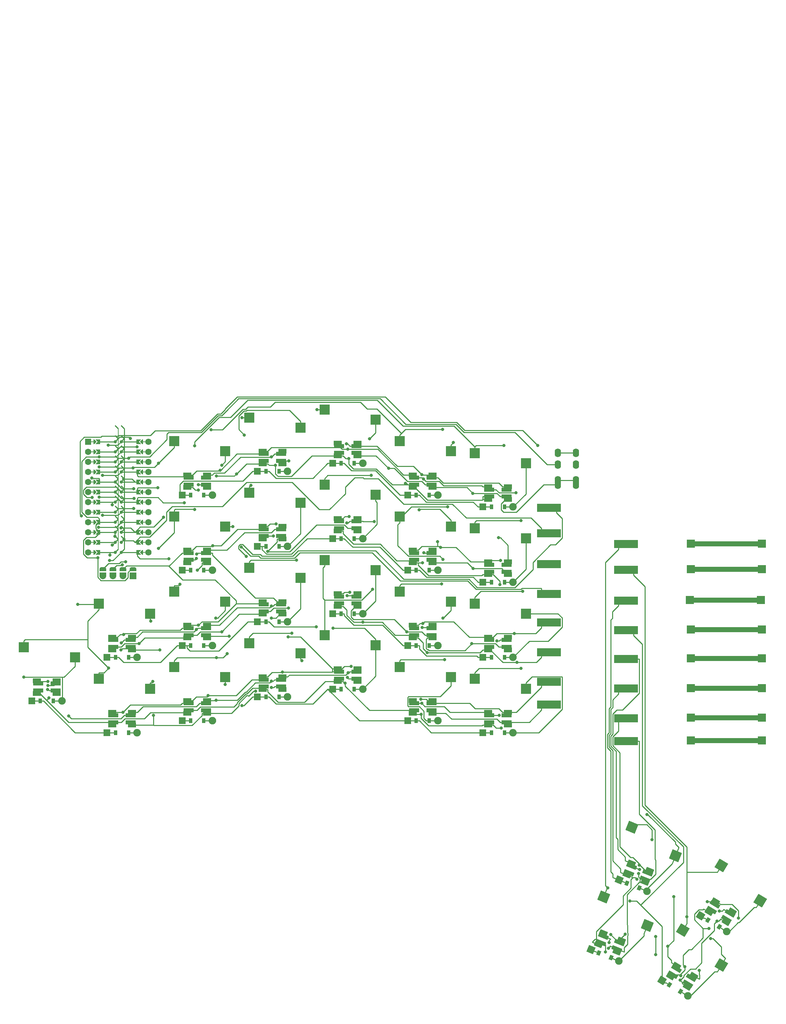
<source format=gbr>
%TF.GenerationSoftware,KiCad,Pcbnew,6.0.10-86aedd382b~118~ubuntu22.04.1*%
%TF.CreationDate,2023-01-31T17:25:27-07:00*%
%TF.ProjectId,scaarix_flow,73636161-7269-4785-9f66-6c6f772e6b69,v1.0.0*%
%TF.SameCoordinates,Original*%
%TF.FileFunction,Copper,L1,Top*%
%TF.FilePolarity,Positive*%
%FSLAX46Y46*%
G04 Gerber Fmt 4.6, Leading zero omitted, Abs format (unit mm)*
G04 Created by KiCad (PCBNEW 6.0.10-86aedd382b~118~ubuntu22.04.1) date 2023-01-31 17:25:27*
%MOMM*%
%LPD*%
G01*
G04 APERTURE LIST*
G04 Aperture macros list*
%AMRotRect*
0 Rectangle, with rotation*
0 The origin of the aperture is its center*
0 $1 length*
0 $2 width*
0 $3 Rotation angle, in degrees counterclockwise*
0 Add horizontal line*
21,1,$1,$2,0,0,$3*%
%AMFreePoly0*
4,1,6,0.600000,0.200000,0.000000,-0.400000,-0.600000,0.200000,-0.600000,0.400000,0.600000,0.400000,0.600000,0.200000,0.600000,0.200000,$1*%
%AMFreePoly1*
4,1,5,0.125000,-0.500000,-0.125000,-0.500000,-0.125000,0.500000,0.125000,0.500000,0.125000,-0.500000,0.125000,-0.500000,$1*%
%AMFreePoly2*
4,1,49,0.088388,4.152388,0.854389,3.386388,0.867708,3.368551,0.871189,3.365530,0.871982,3.362827,0.875852,3.357644,0.882333,3.327543,0.891000,3.298000,0.891000,0.766000,0.887805,0.743969,0.888131,0.739371,0.886780,0.736898,0.885852,0.730498,0.869154,0.704638,0.854389,0.677612,0.088388,-0.088388,0.064607,-0.106146,0.062500,-0.108253,0.061385,-0.108552,0.059644,-0.109852,
0.043810,-0.113261,0.000000,-0.125000,-0.004774,-0.123721,-0.009154,-0.124664,-0.028953,-0.117242,-0.062500,-0.108253,-0.068237,-0.102516,-0.075052,-0.099961,-0.087614,-0.083139,-0.108253,-0.062500,-0.111178,-0.051584,-0.117161,-0.043572,-0.118539,-0.024114,-0.125000,0.000000,-0.121239,0.014035,-0.122131,0.026629,-0.113759,0.041953,-0.108253,0.062500,-0.095642,0.075111,-0.088388,0.088388,
0.641000,0.817777,0.641000,3.246223,-0.088388,3.975612,-0.109852,4.004356,-0.124664,4.073154,-0.099961,4.139052,-0.043572,4.181161,0.026629,4.186131,0.088388,4.152388,0.088388,4.152388,$1*%
%AMFreePoly3*
4,1,6,0.600000,-0.250000,-0.600000,-0.250000,-0.600000,1.000000,0.000000,0.400000,0.600000,1.000000,0.600000,-0.250000,0.600000,-0.250000,$1*%
%AMFreePoly4*
4,1,49,0.088388,4.152388,0.850389,3.390388,0.863708,3.372551,0.867189,3.369530,0.867982,3.366827,0.871852,3.361644,0.878333,3.331543,0.887000,3.302000,0.887000,0.762000,0.883805,0.739969,0.884131,0.735371,0.882780,0.732898,0.881852,0.726498,0.865154,0.700638,0.850389,0.673612,0.088388,-0.088388,0.064607,-0.106146,0.062500,-0.108253,0.061385,-0.108552,0.059644,-0.109852,
0.043810,-0.113261,0.000000,-0.125000,-0.004774,-0.123721,-0.009154,-0.124664,-0.028953,-0.117242,-0.062500,-0.108253,-0.068237,-0.102516,-0.075052,-0.099961,-0.087614,-0.083139,-0.108253,-0.062500,-0.111178,-0.051584,-0.117161,-0.043572,-0.118539,-0.024114,-0.125000,0.000000,-0.121239,0.014035,-0.122131,0.026629,-0.113759,0.041953,-0.108253,0.062500,-0.095642,0.075111,-0.088388,0.088388,
0.637000,0.813777,0.637000,3.250223,-0.088388,3.975612,-0.109852,4.004356,-0.124664,4.073154,-0.099961,4.139052,-0.043572,4.181161,0.026629,4.186131,0.088388,4.152388,0.088388,4.152388,$1*%
%AMFreePoly5*
4,1,20,0.000000,0.844959,0.073905,0.844508,0.209726,0.803889,0.328688,0.726782,0.421226,0.619385,0.479903,0.490333,0.500000,0.350000,0.500000,-0.350000,0.499851,-0.362216,0.476331,-0.502017,0.414519,-0.629596,0.319384,-0.734700,0.198574,-0.808877,0.061801,-0.846166,0.000000,-0.845033,0.000000,-0.850000,-0.500000,-0.850000,-0.500000,0.850000,0.000000,0.850000,0.000000,0.844959,
0.000000,0.844959,$1*%
%AMFreePoly6*
4,1,20,-0.850000,0.850000,0.000000,0.850000,0.115358,0.842136,0.293503,0.797719,0.457955,0.716085,0.601041,0.601041,0.716085,0.457955,0.797719,0.293503,0.842136,0.115358,0.850000,0.000000,0.842136,-0.115358,0.797719,-0.293503,0.716085,-0.457955,0.601041,-0.601041,0.457955,-0.716085,0.293503,-0.797719,0.115358,-0.842136,0.000000,-0.850000,-0.850000,-0.850000,-0.850000,0.850000,
-0.850000,0.850000,$1*%
G04 Aperture macros list end*
%TA.AperFunction,SMDPad,CuDef*%
%ADD10R,2.600000X1.000000*%
%TD*%
%TA.AperFunction,SMDPad,CuDef*%
%ADD11R,2.000000X1.200000*%
%TD*%
%TA.AperFunction,SMDPad,CuDef*%
%ADD12R,0.900000X1.200000*%
%TD*%
%TA.AperFunction,ComponentPad*%
%ADD13R,1.778000X1.778000*%
%TD*%
%TA.AperFunction,ComponentPad*%
%ADD14C,1.905000*%
%TD*%
%TA.AperFunction,ComponentPad*%
%ADD15RotRect,1.778000X1.778000X329.000000*%
%TD*%
%TA.AperFunction,SMDPad,CuDef*%
%ADD16RotRect,0.900000X1.200000X329.000000*%
%TD*%
%TA.AperFunction,SMDPad,CuDef*%
%ADD17R,2.550000X2.500000*%
%TD*%
%TA.AperFunction,ComponentPad*%
%ADD18RotRect,1.778000X1.778000X338.000000*%
%TD*%
%TA.AperFunction,SMDPad,CuDef*%
%ADD19RotRect,0.900000X1.200000X338.000000*%
%TD*%
%TA.AperFunction,SMDPad,CuDef*%
%ADD20RotRect,2.600000X1.000000X329.000000*%
%TD*%
%TA.AperFunction,SMDPad,CuDef*%
%ADD21RotRect,2.000000X1.200000X329.000000*%
%TD*%
%TA.AperFunction,SMDPad,CuDef*%
%ADD22RotRect,2.550000X2.500000X338.000000*%
%TD*%
%TA.AperFunction,SMDPad,CuDef*%
%ADD23FreePoly0,90.000000*%
%TD*%
%TA.AperFunction,ComponentPad*%
%ADD24C,1.600000*%
%TD*%
%TA.AperFunction,SMDPad,CuDef*%
%ADD25FreePoly1,90.000000*%
%TD*%
%TA.AperFunction,SMDPad,CuDef*%
%ADD26FreePoly0,270.000000*%
%TD*%
%TA.AperFunction,SMDPad,CuDef*%
%ADD27FreePoly1,270.000000*%
%TD*%
%TA.AperFunction,ComponentPad*%
%ADD28R,1.600000X1.600000*%
%TD*%
%TA.AperFunction,SMDPad,CuDef*%
%ADD29FreePoly2,270.000000*%
%TD*%
%TA.AperFunction,ComponentPad*%
%ADD30C,0.800000*%
%TD*%
%TA.AperFunction,SMDPad,CuDef*%
%ADD31FreePoly3,270.000000*%
%TD*%
%TA.AperFunction,SMDPad,CuDef*%
%ADD32FreePoly4,90.000000*%
%TD*%
%TA.AperFunction,SMDPad,CuDef*%
%ADD33FreePoly3,90.000000*%
%TD*%
%TA.AperFunction,ComponentPad*%
%ADD34O,1.600000X2.200000*%
%TD*%
%TA.AperFunction,SMDPad,CuDef*%
%ADD35FreePoly5,90.000000*%
%TD*%
%TA.AperFunction,ComponentPad*%
%ADD36R,1.700000X1.700000*%
%TD*%
%TA.AperFunction,ComponentPad*%
%ADD37FreePoly6,270.000000*%
%TD*%
%TA.AperFunction,ComponentPad*%
%ADD38R,2.000000X2.000000*%
%TD*%
%TA.AperFunction,SMDPad,CuDef*%
%ADD39RotRect,2.550000X2.500000X329.000000*%
%TD*%
%TA.AperFunction,SMDPad,CuDef*%
%ADD40RotRect,2.600000X1.000000X338.000000*%
%TD*%
%TA.AperFunction,SMDPad,CuDef*%
%ADD41RotRect,2.000000X1.200000X338.000000*%
%TD*%
%TA.AperFunction,SMDPad,CuDef*%
%ADD42R,2.200000X2.000000*%
%TD*%
%TA.AperFunction,ComponentPad*%
%ADD43R,6.000000X2.000000*%
%TD*%
%TA.AperFunction,ViaPad*%
%ADD44C,0.800000*%
%TD*%
%TA.AperFunction,Conductor*%
%ADD45C,0.250000*%
%TD*%
%TA.AperFunction,Conductor*%
%ADD46C,1.270000*%
%TD*%
G04 APERTURE END LIST*
D10*
%TO.P,LED19,1*%
%TO.N,VCC*%
X223900000Y-61425000D03*
%TO.P,LED19,2*%
%TO.N,D1*%
X223900000Y-63175000D03*
%TO.P,LED19,3*%
%TO.N,GND*%
X228300000Y-63175000D03*
%TO.P,LED19,4*%
%TO.N,P1*%
X228300000Y-61425000D03*
D11*
%TO.P,LED19,11*%
%TO.N,VCC*%
X223600000Y-60700000D03*
%TO.P,LED19,22*%
%TO.N,D1*%
X223600000Y-63900000D03*
%TO.P,LED19,33*%
%TO.N,GND*%
X228600000Y-63900000D03*
%TO.P,LED19,44*%
%TO.N,P1*%
X228600000Y-60700000D03*
%TD*%
D12*
%TO.P,D6,1*%
%TO.N,P4*%
X167450000Y-84800000D03*
D13*
X165290000Y-84800000D03*
D14*
%TO.P,D6,2*%
%TO.N,pinkie_top*%
X172910000Y-84800000D03*
D12*
X170750000Y-84800000D03*
%TD*%
%TO.P,D9,1*%
%TO.N,P0*%
X186450000Y-97800000D03*
D13*
X184290000Y-97800000D03*
D14*
%TO.P,D9,2*%
%TO.N,ring_home*%
X191910000Y-97800000D03*
D12*
X189750000Y-97800000D03*
%TD*%
D10*
%TO.P,LED1,1*%
%TO.N,VCC*%
X128900000Y-113425000D03*
%TO.P,LED1,2*%
%TO.N,D1*%
X128900000Y-115175000D03*
%TO.P,LED1,3*%
%TO.N,GND*%
X133300000Y-115175000D03*
%TO.P,LED1,4*%
%TO.N,P1*%
X133300000Y-113425000D03*
D11*
%TO.P,LED1,11*%
%TO.N,VCC*%
X128600000Y-112700000D03*
%TO.P,LED1,22*%
%TO.N,D1*%
X128600000Y-115900000D03*
%TO.P,LED1,33*%
%TO.N,GND*%
X133600000Y-115900000D03*
%TO.P,LED1,44*%
%TO.N,P1*%
X133600000Y-112700000D03*
%TD*%
D15*
%TO.P,D27,1*%
%TO.N,P18*%
X296327893Y-172089405D03*
D16*
X298179374Y-173201887D03*
%TO.P,D27,2*%
%TO.N,2_top*%
X301008026Y-174901513D03*
D14*
X302859507Y-176013995D03*
%TD*%
D10*
%TO.P,LED20,1*%
%TO.N,VCC*%
X242900000Y-121425000D03*
%TO.P,LED20,2*%
%TO.N,D1*%
X242900000Y-123175000D03*
%TO.P,LED20,3*%
%TO.N,GND*%
X247300000Y-123175000D03*
%TO.P,LED20,4*%
%TO.N,P1*%
X247300000Y-121425000D03*
D11*
%TO.P,LED20,11*%
%TO.N,VCC*%
X242600000Y-120700000D03*
%TO.P,LED20,22*%
%TO.N,D1*%
X242600000Y-123900000D03*
%TO.P,LED20,33*%
%TO.N,GND*%
X247600000Y-123900000D03*
%TO.P,LED20,44*%
%TO.N,P1*%
X247600000Y-120700000D03*
%TD*%
D17*
%TO.P,S15,1*%
%TO.N,middle_num*%
X214185000Y-46760000D03*
%TO.P,S15,2*%
%TO.N,P9*%
X201258000Y-44220000D03*
%TD*%
D10*
%TO.P,LED16,1*%
%TO.N,VCC*%
X223900000Y-118425000D03*
%TO.P,LED16,2*%
%TO.N,D1*%
X223900000Y-120175000D03*
%TO.P,LED16,3*%
%TO.N,GND*%
X228300000Y-120175000D03*
%TO.P,LED16,4*%
%TO.N,P1*%
X228300000Y-118425000D03*
D11*
%TO.P,LED16,11*%
%TO.N,VCC*%
X223600000Y-117700000D03*
%TO.P,LED16,22*%
%TO.N,D1*%
X223600000Y-120900000D03*
%TO.P,LED16,33*%
%TO.N,GND*%
X228600000Y-120900000D03*
%TO.P,LED16,44*%
%TO.N,P1*%
X228600000Y-117700000D03*
%TD*%
D17*
%TO.P,S10,1*%
%TO.N,ring_top*%
X195185000Y-67760000D03*
%TO.P,S10,2*%
%TO.N,P8*%
X182258000Y-65220000D03*
%TD*%
%TO.P,S3,1*%
%TO.N,tab_home*%
X157185000Y-95760000D03*
%TO.P,S3,2*%
%TO.N,P5*%
X144258000Y-93220000D03*
%TD*%
D10*
%TO.P,LED23,1*%
%TO.N,VCC*%
X242900000Y-64425000D03*
%TO.P,LED23,2*%
%TO.N,D1*%
X242900000Y-66175000D03*
%TO.P,LED23,3*%
%TO.N,GND*%
X247300000Y-66175000D03*
%TO.P,LED23,4*%
%TO.N,P1*%
X247300000Y-64425000D03*
D11*
%TO.P,LED23,11*%
%TO.N,VCC*%
X242600000Y-63700000D03*
%TO.P,LED23,22*%
%TO.N,D1*%
X242600000Y-66900000D03*
%TO.P,LED23,33*%
%TO.N,GND*%
X247600000Y-66900000D03*
%TO.P,LED23,44*%
%TO.N,P1*%
X247600000Y-63700000D03*
%TD*%
D17*
%TO.P,S22,1*%
%TO.N,far_top*%
X252185000Y-76760000D03*
%TO.P,S22,2*%
%TO.N,P20*%
X239258000Y-74220000D03*
%TD*%
%TO.P,S20,1*%
%TO.N,far_bottom*%
X252185000Y-114760000D03*
%TO.P,S20,2*%
%TO.N,P20*%
X239258000Y-112220000D03*
%TD*%
D13*
%TO.P,D19,1*%
%TO.N,P14*%
X222290000Y-65800000D03*
D12*
X224450000Y-65800000D03*
%TO.P,D19,2*%
%TO.N,index_num*%
X227750000Y-65800000D03*
D14*
X229910000Y-65800000D03*
%TD*%
D17*
%TO.P,S16,1*%
%TO.N,index_bottom*%
X233185000Y-111760000D03*
%TO.P,S16,2*%
%TO.N,P21*%
X220258000Y-109220000D03*
%TD*%
D18*
%TO.P,D25,1*%
%TO.N,P18*%
X275700830Y-163024949D03*
D19*
X277703547Y-163834099D03*
%TO.P,D25,2*%
%TO.N,1_top*%
X280763253Y-165070301D03*
D14*
X282765970Y-165879451D03*
%TD*%
D10*
%TO.P,LED9,1*%
%TO.N,VCC*%
X185900000Y-93425000D03*
%TO.P,LED9,2*%
%TO.N,D1*%
X185900000Y-95175000D03*
%TO.P,LED9,3*%
%TO.N,GND*%
X190300000Y-95175000D03*
%TO.P,LED9,4*%
%TO.N,P1*%
X190300000Y-93425000D03*
D11*
%TO.P,LED9,11*%
%TO.N,VCC*%
X185600000Y-92700000D03*
%TO.P,LED9,22*%
%TO.N,D1*%
X185600000Y-95900000D03*
%TO.P,LED9,33*%
%TO.N,GND*%
X190600000Y-95900000D03*
%TO.P,LED9,44*%
%TO.N,P1*%
X190600000Y-92700000D03*
%TD*%
D10*
%TO.P,LED10,1*%
%TO.N,VCC*%
X185900000Y-74425000D03*
%TO.P,LED10,2*%
%TO.N,D1*%
X185900000Y-76175000D03*
%TO.P,LED10,3*%
%TO.N,GND*%
X190300000Y-76175000D03*
%TO.P,LED10,4*%
%TO.N,P1*%
X190300000Y-74425000D03*
D11*
%TO.P,LED10,11*%
%TO.N,VCC*%
X185600000Y-73700000D03*
%TO.P,LED10,22*%
%TO.N,D1*%
X185600000Y-76900000D03*
%TO.P,LED10,33*%
%TO.N,GND*%
X190600000Y-76900000D03*
%TO.P,LED10,44*%
%TO.N,P1*%
X190600000Y-73700000D03*
%TD*%
D17*
%TO.P,S9,1*%
%TO.N,ring_home*%
X195185000Y-86760000D03*
%TO.P,S9,2*%
%TO.N,P8*%
X182258000Y-84220000D03*
%TD*%
D12*
%TO.P,D3,1*%
%TO.N,P0*%
X148450000Y-106800000D03*
D13*
X146290000Y-106800000D03*
D14*
%TO.P,D3,2*%
%TO.N,tab_home*%
X153910000Y-106800000D03*
D12*
X151750000Y-106800000D03*
%TD*%
D17*
%TO.P,S19,1*%
%TO.N,index_num*%
X233185000Y-54760000D03*
%TO.P,S19,2*%
%TO.N,P21*%
X220258000Y-52220000D03*
%TD*%
D13*
%TO.P,D14,1*%
%TO.N,P4*%
X203290000Y-76800000D03*
D12*
X205450000Y-76800000D03*
%TO.P,D14,2*%
%TO.N,middle_top*%
X208750000Y-76800000D03*
D14*
X210910000Y-76800000D03*
%TD*%
D13*
%TO.P,D17,1*%
%TO.N,P0*%
X222290000Y-103800000D03*
D12*
X224450000Y-103800000D03*
D14*
%TO.P,D17,2*%
%TO.N,index_home*%
X229910000Y-103800000D03*
D12*
X227750000Y-103800000D03*
%TD*%
D20*
%TO.P,LED27,1*%
%TO.N,VCC*%
X299961190Y-169168495D03*
%TO.P,LED27,2*%
%TO.N,D1*%
X299059874Y-170668538D03*
%TO.P,LED27,3*%
%TO.N,GND*%
X302831410Y-172934705D03*
%TO.P,LED27,4*%
%TO.N,P1*%
X303732726Y-171434662D03*
D21*
%TO.P,LED27,11*%
%TO.N,VCC*%
X300077443Y-168392537D03*
%TO.P,LED27,22*%
%TO.N,D1*%
X298429321Y-171135472D03*
%TO.P,LED27,33*%
%TO.N,GND*%
X302715157Y-173710663D03*
%TO.P,LED27,44*%
%TO.N,P1*%
X304363279Y-170967728D03*
%TD*%
D12*
%TO.P,D8,1*%
%TO.N,P15*%
X186450000Y-116800000D03*
D13*
X184290000Y-116800000D03*
D14*
%TO.P,D8,2*%
%TO.N,ring_bottom*%
X191910000Y-116800000D03*
D12*
X189750000Y-116800000D03*
%TD*%
D17*
%TO.P,S4,1*%
%TO.N,pinkie_bottom*%
X176185000Y-111760000D03*
%TO.P,S4,2*%
%TO.N,P6*%
X163258000Y-109220000D03*
%TD*%
D12*
%TO.P,D1,1*%
%TO.N,P15*%
X129450000Y-117800000D03*
D13*
X127290000Y-117800000D03*
D12*
%TO.P,D1,2*%
%TO.N,single_bottom*%
X132750000Y-117800000D03*
D14*
X134910000Y-117800000D03*
%TD*%
D10*
%TO.P,LED5,1*%
%TO.N,VCC*%
X166900000Y-99425000D03*
%TO.P,LED5,2*%
%TO.N,D1*%
X166900000Y-101175000D03*
%TO.P,LED5,3*%
%TO.N,GND*%
X171300000Y-101175000D03*
%TO.P,LED5,4*%
%TO.N,P1*%
X171300000Y-99425000D03*
D11*
%TO.P,LED5,11*%
%TO.N,VCC*%
X166600000Y-98700000D03*
%TO.P,LED5,22*%
%TO.N,D1*%
X166600000Y-101900000D03*
%TO.P,LED5,33*%
%TO.N,GND*%
X171600000Y-101900000D03*
%TO.P,LED5,44*%
%TO.N,P1*%
X171600000Y-98700000D03*
%TD*%
D10*
%TO.P,LED2,1*%
%TO.N,VCC*%
X147900000Y-121425000D03*
%TO.P,LED2,2*%
%TO.N,D1*%
X147900000Y-123175000D03*
%TO.P,LED2,3*%
%TO.N,GND*%
X152300000Y-123175000D03*
%TO.P,LED2,4*%
%TO.N,P1*%
X152300000Y-121425000D03*
D11*
%TO.P,LED2,11*%
%TO.N,VCC*%
X147600000Y-120700000D03*
%TO.P,LED2,22*%
%TO.N,D1*%
X147600000Y-123900000D03*
%TO.P,LED2,33*%
%TO.N,GND*%
X152600000Y-123900000D03*
%TO.P,LED2,44*%
%TO.N,P1*%
X152600000Y-120700000D03*
%TD*%
D10*
%TO.P,LED7,1*%
%TO.N,VCC*%
X166900000Y-61425000D03*
%TO.P,LED7,2*%
%TO.N,D1*%
X166900000Y-63175000D03*
%TO.P,LED7,3*%
%TO.N,GND*%
X171300000Y-63175000D03*
%TO.P,LED7,4*%
%TO.N,P1*%
X171300000Y-61425000D03*
D11*
%TO.P,LED7,11*%
%TO.N,VCC*%
X166600000Y-60700000D03*
%TO.P,LED7,22*%
%TO.N,D1*%
X166600000Y-63900000D03*
%TO.P,LED7,33*%
%TO.N,GND*%
X171600000Y-63900000D03*
%TO.P,LED7,44*%
%TO.N,P1*%
X171600000Y-60700000D03*
%TD*%
D10*
%TO.P,LED3,1*%
%TO.N,VCC*%
X147900000Y-102425000D03*
%TO.P,LED3,2*%
%TO.N,D1*%
X147900000Y-104175000D03*
%TO.P,LED3,3*%
%TO.N,GND*%
X152300000Y-104175000D03*
%TO.P,LED3,4*%
%TO.N,P1*%
X152300000Y-102425000D03*
D11*
%TO.P,LED3,11*%
%TO.N,VCC*%
X147600000Y-101700000D03*
%TO.P,LED3,22*%
%TO.N,D1*%
X147600000Y-104900000D03*
%TO.P,LED3,33*%
%TO.N,GND*%
X152600000Y-104900000D03*
%TO.P,LED3,44*%
%TO.N,P1*%
X152600000Y-101700000D03*
%TD*%
D10*
%TO.P,LED12,1*%
%TO.N,VCC*%
X204900000Y-110425000D03*
%TO.P,LED12,2*%
%TO.N,D1*%
X204900000Y-112175000D03*
%TO.P,LED12,3*%
%TO.N,GND*%
X209300000Y-112175000D03*
%TO.P,LED12,4*%
%TO.N,P1*%
X209300000Y-110425000D03*
D11*
%TO.P,LED12,11*%
%TO.N,VCC*%
X204600000Y-109700000D03*
%TO.P,LED12,22*%
%TO.N,D1*%
X204600000Y-112900000D03*
%TO.P,LED12,33*%
%TO.N,GND*%
X209600000Y-112900000D03*
%TO.P,LED12,44*%
%TO.N,P1*%
X209600000Y-109700000D03*
%TD*%
D12*
%TO.P,D22,1*%
%TO.N,P4*%
X243450000Y-87800000D03*
D13*
X241290000Y-87800000D03*
D14*
%TO.P,D22,2*%
%TO.N,far_top*%
X248910000Y-87800000D03*
D12*
X246750000Y-87800000D03*
%TD*%
D17*
%TO.P,S11,1*%
%TO.N,ring_num*%
X195185000Y-48760000D03*
%TO.P,S11,2*%
%TO.N,P8*%
X182258000Y-46220000D03*
%TD*%
D13*
%TO.P,D16,1*%
%TO.N,P15*%
X222290000Y-122800000D03*
D12*
X224450000Y-122800000D03*
D14*
%TO.P,D16,2*%
%TO.N,index_bottom*%
X229910000Y-122800000D03*
D12*
X227750000Y-122800000D03*
%TD*%
D22*
%TO.P,S25,1*%
%TO.N,1_top*%
X289938098Y-156870141D03*
%TO.P,S25,2*%
%TO.N,P10*%
X278903893Y-149672554D03*
%TD*%
D23*
%TO.P,MCU1,*%
%TO.N,*%
X143258000Y-57410000D03*
D24*
X141480000Y-77730000D03*
D25*
X142750000Y-67570000D03*
D26*
X154942000Y-67570000D03*
D25*
X142750000Y-59950000D03*
X142750000Y-52330000D03*
D27*
X155450000Y-72650000D03*
D24*
X156720000Y-80270000D03*
D25*
X142750000Y-62490000D03*
D26*
X154942000Y-72650000D03*
D27*
X155450000Y-54870000D03*
D24*
X141480000Y-62490000D03*
D26*
X154942000Y-62490000D03*
D25*
X142750000Y-70110000D03*
D24*
X141480000Y-72650000D03*
D26*
X154942000Y-80270000D03*
D24*
X156720000Y-65030000D03*
D23*
X143258000Y-65030000D03*
D26*
X154942000Y-57410000D03*
D24*
X156720000Y-67570000D03*
D27*
X155450000Y-80270000D03*
X155450000Y-77730000D03*
D26*
X154942000Y-54870000D03*
D23*
X143258000Y-75190000D03*
D28*
X141480000Y-52330000D03*
D26*
X154942000Y-75190000D03*
D23*
X143258000Y-72650000D03*
D25*
X142750000Y-65030000D03*
D24*
X141480000Y-52330000D03*
D27*
X155450000Y-59950000D03*
D24*
X156720000Y-62490000D03*
D25*
X142750000Y-75190000D03*
D27*
X155450000Y-75190000D03*
D24*
X141480000Y-75190000D03*
D26*
X154942000Y-59950000D03*
D23*
X143258000Y-54870000D03*
D27*
X155450000Y-70110000D03*
D24*
X141480000Y-59950000D03*
D23*
X143258000Y-62490000D03*
D27*
X155450000Y-57410000D03*
D25*
X142750000Y-72650000D03*
D23*
X143258000Y-77730000D03*
X143258000Y-80270000D03*
D25*
X142750000Y-57410000D03*
D23*
X143258000Y-52330000D03*
D24*
X156720000Y-57410000D03*
D25*
X142750000Y-80270000D03*
D26*
X154942000Y-70110000D03*
D27*
X155450000Y-65030000D03*
D24*
X156720000Y-54870000D03*
X156720000Y-59950000D03*
X156720000Y-70110000D03*
X141480000Y-70110000D03*
X141480000Y-57410000D03*
D27*
X155450000Y-52330000D03*
D26*
X154942000Y-52330000D03*
D23*
X143258000Y-67570000D03*
D24*
X156720000Y-52330000D03*
D25*
X142750000Y-77730000D03*
D23*
X143258000Y-59950000D03*
D27*
X155450000Y-62490000D03*
X155450000Y-67570000D03*
D24*
X141480000Y-67570000D03*
D26*
X154942000Y-65030000D03*
D24*
X156720000Y-72650000D03*
D26*
X154942000Y-77730000D03*
D24*
X156720000Y-75190000D03*
D25*
X142750000Y-54870000D03*
D24*
X141480000Y-65030000D03*
X156720000Y-77730000D03*
D23*
X143258000Y-70110000D03*
D24*
X141480000Y-54870000D03*
X141480000Y-80270000D03*
D29*
%TO.P,MCU1,1*%
%TO.N,RAW*%
X149862000Y-52330000D03*
D30*
X149862000Y-52330000D03*
D31*
X153926000Y-52330000D03*
D30*
%TO.P,MCU1,2*%
%TO.N,GND*%
X149862000Y-54870000D03*
D31*
X153926000Y-54870000D03*
D29*
X149862000Y-54870000D03*
D31*
%TO.P,MCU1,3*%
%TO.N,RST*%
X153926000Y-57410000D03*
D29*
X149862000Y-57410000D03*
D30*
X149862000Y-57410000D03*
D31*
%TO.P,MCU1,4*%
%TO.N,VCC*%
X153926000Y-59950000D03*
D29*
X149862000Y-59950000D03*
D30*
X149862000Y-59950000D03*
%TO.P,MCU1,5*%
%TO.N,P21*%
X149862000Y-62490000D03*
D31*
X153926000Y-62490000D03*
D29*
X149862000Y-62490000D03*
%TO.P,MCU1,6*%
%TO.N,P20*%
X149862000Y-65030000D03*
D31*
X153926000Y-65030000D03*
D30*
X149862000Y-65030000D03*
D29*
%TO.P,MCU1,7*%
%TO.N,P19*%
X149862000Y-67570000D03*
D30*
X149862000Y-67570000D03*
D31*
X153926000Y-67570000D03*
D29*
%TO.P,MCU1,8*%
%TO.N,P18*%
X149862000Y-70110000D03*
D31*
X153926000Y-70110000D03*
D30*
X149862000Y-70110000D03*
%TO.P,MCU1,9*%
%TO.N,P15*%
X149862000Y-72650000D03*
D29*
X149862000Y-72650000D03*
D31*
X153926000Y-72650000D03*
%TO.P,MCU1,10*%
%TO.N,P14*%
X153926000Y-75190000D03*
D30*
X149862000Y-75190000D03*
D29*
X149862000Y-75190000D03*
D30*
%TO.P,MCU1,11*%
%TO.N,P16*%
X149862000Y-77730000D03*
D31*
X153926000Y-77730000D03*
D29*
X149862000Y-77730000D03*
D31*
%TO.P,MCU1,12*%
%TO.N,P10*%
X153926000Y-80270000D03*
D30*
X149862000Y-80270000D03*
D29*
X149862000Y-80270000D03*
D32*
%TO.P,MCU1,13*%
%TO.N,P1*%
X148338000Y-80270000D03*
D30*
X148338000Y-80270000D03*
D33*
X144274000Y-80270000D03*
D30*
%TO.P,MCU1,14*%
%TO.N,P0*%
X148338000Y-77730000D03*
D33*
X144274000Y-77730000D03*
D32*
X148338000Y-77730000D03*
%TO.P,MCU1,15*%
%TO.N,GND*%
X148338000Y-75190000D03*
D33*
X144274000Y-75190000D03*
D30*
X148338000Y-75190000D03*
D33*
%TO.P,MCU1,16*%
X144274000Y-72650000D03*
D30*
X148338000Y-72650000D03*
D32*
X148338000Y-72650000D03*
D33*
%TO.P,MCU1,17*%
%TO.N,P2*%
X144274000Y-70110000D03*
D32*
X148338000Y-70110000D03*
D30*
X148338000Y-70110000D03*
%TO.P,MCU1,18*%
%TO.N,P3*%
X148338000Y-67570000D03*
D33*
X144274000Y-67570000D03*
D32*
X148338000Y-67570000D03*
D30*
%TO.P,MCU1,19*%
%TO.N,P4*%
X148338000Y-65030000D03*
D32*
X148338000Y-65030000D03*
D33*
X144274000Y-65030000D03*
D30*
%TO.P,MCU1,20*%
%TO.N,P5*%
X148338000Y-62490000D03*
D32*
X148338000Y-62490000D03*
D33*
X144274000Y-62490000D03*
D32*
%TO.P,MCU1,21*%
%TO.N,P6*%
X148338000Y-59950000D03*
D30*
X148338000Y-59950000D03*
D33*
X144274000Y-59950000D03*
D30*
%TO.P,MCU1,22*%
%TO.N,P7*%
X148338000Y-57410000D03*
D32*
X148338000Y-57410000D03*
D33*
X144274000Y-57410000D03*
D30*
%TO.P,MCU1,23*%
%TO.N,P8*%
X148338000Y-54870000D03*
D33*
X144274000Y-54870000D03*
D32*
X148338000Y-54870000D03*
D30*
%TO.P,MCU1,24*%
%TO.N,P9*%
X148338000Y-52330000D03*
D33*
X144274000Y-52330000D03*
D32*
X148338000Y-52330000D03*
%TD*%
D13*
%TO.P,D4,1*%
%TO.N,P15*%
X165290000Y-122800000D03*
D12*
X167450000Y-122800000D03*
D14*
%TO.P,D4,2*%
%TO.N,pinkie_bottom*%
X172910000Y-122800000D03*
D12*
X170750000Y-122800000D03*
%TD*%
D10*
%TO.P,LED17,1*%
%TO.N,VCC*%
X223900000Y-99425000D03*
%TO.P,LED17,2*%
%TO.N,D1*%
X223900000Y-101175000D03*
%TO.P,LED17,3*%
%TO.N,GND*%
X228300000Y-101175000D03*
%TO.P,LED17,4*%
%TO.N,P1*%
X228300000Y-99425000D03*
D11*
%TO.P,LED17,11*%
%TO.N,VCC*%
X223600000Y-98700000D03*
%TO.P,LED17,22*%
%TO.N,D1*%
X223600000Y-101900000D03*
%TO.P,LED17,33*%
%TO.N,GND*%
X228600000Y-101900000D03*
%TO.P,LED17,44*%
%TO.N,P1*%
X228600000Y-98700000D03*
%TD*%
D17*
%TO.P,S23,1*%
%TO.N,far_num*%
X252185000Y-57760000D03*
%TO.P,S23,2*%
%TO.N,P20*%
X239258000Y-55220000D03*
%TD*%
D10*
%TO.P,LED13,1*%
%TO.N,VCC*%
X204900000Y-91425000D03*
%TO.P,LED13,2*%
%TO.N,D1*%
X204900000Y-93175000D03*
%TO.P,LED13,3*%
%TO.N,GND*%
X209300000Y-93175000D03*
%TO.P,LED13,4*%
%TO.N,P1*%
X209300000Y-91425000D03*
D11*
%TO.P,LED13,11*%
%TO.N,VCC*%
X204600000Y-90700000D03*
%TO.P,LED13,22*%
%TO.N,D1*%
X204600000Y-93900000D03*
%TO.P,LED13,33*%
%TO.N,GND*%
X209600000Y-93900000D03*
%TO.P,LED13,44*%
%TO.N,P1*%
X209600000Y-90700000D03*
%TD*%
D10*
%TO.P,LED21,1*%
%TO.N,VCC*%
X242900000Y-102425000D03*
%TO.P,LED21,2*%
%TO.N,D1*%
X242900000Y-104175000D03*
%TO.P,LED21,3*%
%TO.N,GND*%
X247300000Y-104175000D03*
%TO.P,LED21,4*%
%TO.N,P1*%
X247300000Y-102425000D03*
D11*
%TO.P,LED21,11*%
%TO.N,VCC*%
X242600000Y-101700000D03*
%TO.P,LED21,22*%
%TO.N,D1*%
X242600000Y-104900000D03*
%TO.P,LED21,33*%
%TO.N,GND*%
X247600000Y-104900000D03*
%TO.P,LED21,44*%
%TO.N,P1*%
X247600000Y-101700000D03*
%TD*%
D34*
%TO.P,TRRS,1*%
%TO.N,GND*%
X260200000Y-63200000D03*
X264800000Y-63200000D03*
%TO.P,TRRS,2*%
X260200000Y-62100000D03*
X264800000Y-62100000D03*
%TO.P,TRRS,3*%
%TO.N,P7*%
X260200000Y-58100000D03*
X264800000Y-58100000D03*
%TO.P,TRRS,4*%
%TO.N,VCC*%
X260200000Y-55100000D03*
X264800000Y-55100000D03*
%TD*%
D13*
%TO.P,D15,1*%
%TO.N,P14*%
X203290000Y-57800000D03*
D12*
X205450000Y-57800000D03*
%TO.P,D15,2*%
%TO.N,middle_num*%
X208750000Y-57800000D03*
D14*
X210910000Y-57800000D03*
%TD*%
D35*
%TO.P,OLED1,1*%
%TO.N,GND*%
X152900000Y-84549000D03*
%TO.P,OLED1,2*%
%TO.N,VCC*%
X150360000Y-84549000D03*
%TO.P,OLED1,3*%
%TO.N,P3*%
X147820000Y-84549000D03*
%TO.P,OLED1,4*%
%TO.N,P2*%
X145280000Y-84549000D03*
D36*
%TO.P,OLED1,5*%
%TO.N,N/C*%
X152900000Y-86200000D03*
D37*
%TO.P,OLED1,6*%
X150360000Y-86200000D03*
%TO.P,OLED1,7*%
X147820000Y-86200000D03*
%TO.P,OLED1,8*%
X145280000Y-86200000D03*
%TD*%
D13*
%TO.P,D20,1*%
%TO.N,P15*%
X241290000Y-125800000D03*
D12*
X243450000Y-125800000D03*
%TO.P,D20,2*%
%TO.N,far_bottom*%
X246750000Y-125800000D03*
D14*
X248910000Y-125800000D03*
%TD*%
D17*
%TO.P,S21,1*%
%TO.N,far_home*%
X252185000Y-95760000D03*
%TO.P,S21,2*%
%TO.N,P20*%
X239258000Y-93220000D03*
%TD*%
D10*
%TO.P,LED15,1*%
%TO.N,VCC*%
X204900000Y-53425000D03*
%TO.P,LED15,2*%
%TO.N,D1*%
X204900000Y-55175000D03*
%TO.P,LED15,3*%
%TO.N,GND*%
X209300000Y-55175000D03*
%TO.P,LED15,4*%
%TO.N,P1*%
X209300000Y-53425000D03*
D11*
%TO.P,LED15,11*%
%TO.N,VCC*%
X204600000Y-52700000D03*
%TO.P,LED15,22*%
%TO.N,D1*%
X204600000Y-55900000D03*
%TO.P,LED15,33*%
%TO.N,GND*%
X209600000Y-55900000D03*
%TO.P,LED15,44*%
%TO.N,P1*%
X209600000Y-52700000D03*
%TD*%
D17*
%TO.P,S2,1*%
%TO.N,tab_bottom*%
X157185000Y-114760000D03*
%TO.P,S2,2*%
%TO.N,P5*%
X144258000Y-112220000D03*
%TD*%
D10*
%TO.P,LED6,1*%
%TO.N,VCC*%
X166900000Y-80425000D03*
%TO.P,LED6,2*%
%TO.N,D1*%
X166900000Y-82175000D03*
%TO.P,LED6,3*%
%TO.N,GND*%
X171300000Y-82175000D03*
%TO.P,LED6,4*%
%TO.N,P1*%
X171300000Y-80425000D03*
D11*
%TO.P,LED6,11*%
%TO.N,VCC*%
X166600000Y-79700000D03*
%TO.P,LED6,22*%
%TO.N,D1*%
X166600000Y-82900000D03*
%TO.P,LED6,33*%
%TO.N,GND*%
X171600000Y-82900000D03*
%TO.P,LED6,44*%
%TO.N,P1*%
X171600000Y-79700000D03*
%TD*%
D12*
%TO.P,D2,1*%
%TO.N,P15*%
X148450000Y-125800000D03*
D13*
X146290000Y-125800000D03*
D12*
%TO.P,D2,2*%
%TO.N,tab_bottom*%
X151750000Y-125800000D03*
D14*
X153910000Y-125800000D03*
%TD*%
D17*
%TO.P,S8,1*%
%TO.N,ring_bottom*%
X195185000Y-105760000D03*
%TO.P,S8,2*%
%TO.N,P8*%
X182258000Y-103220000D03*
%TD*%
D13*
%TO.P,D5,1*%
%TO.N,P0*%
X165290000Y-103800000D03*
D12*
X167450000Y-103800000D03*
%TO.P,D5,2*%
%TO.N,pinkie_home*%
X170750000Y-103800000D03*
D14*
X172910000Y-103800000D03*
%TD*%
D17*
%TO.P,S13,1*%
%TO.N,middle_home*%
X214185000Y-84760000D03*
%TO.P,S13,2*%
%TO.N,P9*%
X201258000Y-82220000D03*
%TD*%
D13*
%TO.P,D7,1*%
%TO.N,P14*%
X165290000Y-65800000D03*
D12*
X167450000Y-65800000D03*
%TO.P,D7,2*%
%TO.N,pinkie_num*%
X170750000Y-65800000D03*
D14*
X172910000Y-65800000D03*
%TD*%
D17*
%TO.P,S1,1*%
%TO.N,single_bottom*%
X138185000Y-106760000D03*
%TO.P,S1,2*%
%TO.N,P5*%
X125258000Y-104220000D03*
%TD*%
D13*
%TO.P,D13,1*%
%TO.N,P0*%
X203290000Y-95800000D03*
D12*
X205450000Y-95800000D03*
D14*
%TO.P,D13,2*%
%TO.N,middle_home*%
X210910000Y-95800000D03*
D12*
X208750000Y-95800000D03*
%TD*%
D17*
%TO.P,S5,1*%
%TO.N,pinkie_home*%
X176185000Y-92760000D03*
%TO.P,S5,2*%
%TO.N,P6*%
X163258000Y-90220000D03*
%TD*%
D16*
%TO.P,D26,1*%
%TO.N,P19*%
X288393674Y-189487987D03*
D15*
X286542193Y-188375505D03*
D14*
%TO.P,D26,2*%
%TO.N,2_bottom*%
X293073807Y-192300095D03*
D16*
X291222326Y-191187613D03*
%TD*%
D38*
%TO.P,J3,1,Pin_1*%
%TO.N,P10*%
X293800000Y-78050000D03*
%TO.P,J3,2,Pin_2*%
%TO.N,P16*%
X293800000Y-84550000D03*
%TO.P,J3,3,Pin_3*%
%TO.N,P18*%
X293550000Y-92300000D03*
%TO.P,J3,4,Pin_4*%
%TO.N,P19*%
X293800000Y-99800000D03*
%TO.P,J3,5,Pin_5*%
%TO.N,VCC*%
X293800000Y-107050000D03*
%TO.P,J3,6,Pin_6*%
%TO.N,D1*%
X293800000Y-114550000D03*
%TO.P,J3,7,Pin_6*%
%TO.N,P1*%
X293800000Y-122050000D03*
%TO.P,J3,8,Pin_6*%
%TO.N,GND*%
X293800000Y-127800000D03*
%TD*%
D12*
%TO.P,D18,1*%
%TO.N,P4*%
X224450000Y-84800000D03*
D13*
X222290000Y-84800000D03*
D14*
%TO.P,D18,2*%
%TO.N,index_top*%
X229910000Y-84800000D03*
D12*
X227750000Y-84800000D03*
%TD*%
D20*
%TO.P,LED26,1*%
%TO.N,VCC*%
X290175490Y-185454695D03*
%TO.P,LED26,2*%
%TO.N,D1*%
X289274174Y-186954738D03*
%TO.P,LED26,3*%
%TO.N,GND*%
X293045710Y-189220905D03*
%TO.P,LED26,4*%
%TO.N,P1*%
X293947026Y-187720862D03*
D21*
%TO.P,LED26,11*%
%TO.N,VCC*%
X290291743Y-184678737D03*
%TO.P,LED26,22*%
%TO.N,D1*%
X288643621Y-187421672D03*
%TO.P,LED26,33*%
%TO.N,GND*%
X292929457Y-189996863D03*
%TO.P,LED26,44*%
%TO.N,P1*%
X294577579Y-187253928D03*
%TD*%
D39*
%TO.P,S27,1*%
%TO.N,2_top*%
X311352727Y-168237540D03*
%TO.P,S27,2*%
%TO.N,P16*%
X301580322Y-159402438D03*
%TD*%
D40*
%TO.P,LED24,1*%
%TO.N,VCC*%
X271714976Y-177188080D03*
%TO.P,LED24,2*%
%TO.N,D1*%
X271059415Y-178810651D03*
%TO.P,LED24,3*%
%TO.N,GND*%
X275139024Y-180458920D03*
%TO.P,LED24,4*%
%TO.N,P1*%
X275794585Y-178836349D03*
D41*
%TO.P,LED24,11*%
%TO.N,VCC*%
X271708411Y-176403489D03*
%TO.P,LED24,22*%
%TO.N,D1*%
X270509670Y-179370478D03*
%TO.P,LED24,33*%
%TO.N,GND*%
X275145589Y-181243511D03*
%TO.P,LED24,44*%
%TO.N,P1*%
X276344330Y-178276522D03*
%TD*%
D17*
%TO.P,S6,1*%
%TO.N,pinkie_top*%
X176185000Y-73760000D03*
%TO.P,S6,2*%
%TO.N,P6*%
X163258000Y-71220000D03*
%TD*%
D38*
%TO.P,J4,1,Pin_1*%
%TO.N,P10*%
X311800000Y-78050000D03*
%TO.P,J4,2,Pin_2*%
%TO.N,P16*%
X311800000Y-84550000D03*
%TO.P,J4,3,Pin_3*%
%TO.N,P18*%
X311550000Y-92300000D03*
%TO.P,J4,4,Pin_4*%
%TO.N,P19*%
X311800000Y-99800000D03*
%TO.P,J4,5,Pin_5*%
%TO.N,VCC*%
X311800000Y-107050000D03*
%TO.P,J4,6,Pin_6*%
%TO.N,D1*%
X311800000Y-114550000D03*
%TO.P,J4,7*%
%TO.N,P1*%
X311800000Y-122050000D03*
%TO.P,J4,8*%
%TO.N,GND*%
X311800000Y-127800000D03*
%TD*%
D17*
%TO.P,S12,1*%
%TO.N,middle_bottom*%
X214185000Y-103760000D03*
%TO.P,S12,2*%
%TO.N,P9*%
X201258000Y-101220000D03*
%TD*%
%TO.P,S7,1*%
%TO.N,pinkie_num*%
X176185000Y-54760000D03*
%TO.P,S7,2*%
%TO.N,P6*%
X163258000Y-52220000D03*
%TD*%
%TO.P,S14,1*%
%TO.N,middle_top*%
X214185000Y-65760000D03*
%TO.P,S14,2*%
%TO.N,P9*%
X201258000Y-63220000D03*
%TD*%
D10*
%TO.P,LED11,1*%
%TO.N,VCC*%
X185900000Y-55425000D03*
%TO.P,LED11,2*%
%TO.N,D1*%
X185900000Y-57175000D03*
%TO.P,LED11,3*%
%TO.N,GND*%
X190300000Y-57175000D03*
%TO.P,LED11,4*%
%TO.N,P1*%
X190300000Y-55425000D03*
D11*
%TO.P,LED11,11*%
%TO.N,VCC*%
X185600000Y-54700000D03*
%TO.P,LED11,22*%
%TO.N,D1*%
X185600000Y-57900000D03*
%TO.P,LED11,33*%
%TO.N,GND*%
X190600000Y-57900000D03*
%TO.P,LED11,44*%
%TO.N,P1*%
X190600000Y-54700000D03*
%TD*%
D17*
%TO.P,S18,1*%
%TO.N,index_top*%
X233185000Y-73760000D03*
%TO.P,S18,2*%
%TO.N,P21*%
X220258000Y-71220000D03*
%TD*%
D13*
%TO.P,D21,1*%
%TO.N,P0*%
X241290000Y-106800000D03*
D12*
X243450000Y-106800000D03*
D14*
%TO.P,D21,2*%
%TO.N,far_home*%
X248910000Y-106800000D03*
D12*
X246750000Y-106800000D03*
%TD*%
%TO.P,D11,1*%
%TO.N,P14*%
X186450000Y-59800000D03*
D13*
X184290000Y-59800000D03*
D12*
%TO.P,D11,2*%
%TO.N,ring_num*%
X189750000Y-59800000D03*
D14*
X191910000Y-59800000D03*
%TD*%
D17*
%TO.P,S17,1*%
%TO.N,index_home*%
X233185000Y-92760000D03*
%TO.P,S17,2*%
%TO.N,P21*%
X220258000Y-90220000D03*
%TD*%
D40*
%TO.P,LED25,1*%
%TO.N,VCC*%
X278832476Y-159571580D03*
%TO.P,LED25,2*%
%TO.N,D1*%
X278176915Y-161194151D03*
%TO.P,LED25,3*%
%TO.N,GND*%
X282256524Y-162842420D03*
%TO.P,LED25,4*%
%TO.N,P1*%
X282912085Y-161219849D03*
D41*
%TO.P,LED25,11*%
%TO.N,VCC*%
X278825911Y-158786989D03*
%TO.P,LED25,22*%
%TO.N,D1*%
X277627170Y-161753978D03*
%TO.P,LED25,33*%
%TO.N,GND*%
X282263089Y-163627011D03*
%TO.P,LED25,44*%
%TO.N,P1*%
X283461830Y-160660022D03*
%TD*%
D10*
%TO.P,LED14,1*%
%TO.N,VCC*%
X204900000Y-72425000D03*
%TO.P,LED14,2*%
%TO.N,D1*%
X204900000Y-74175000D03*
%TO.P,LED14,3*%
%TO.N,GND*%
X209300000Y-74175000D03*
%TO.P,LED14,4*%
%TO.N,P1*%
X209300000Y-72425000D03*
D11*
%TO.P,LED14,11*%
%TO.N,VCC*%
X204600000Y-71700000D03*
%TO.P,LED14,22*%
%TO.N,D1*%
X204600000Y-74900000D03*
%TO.P,LED14,33*%
%TO.N,GND*%
X209600000Y-74900000D03*
%TO.P,LED14,44*%
%TO.N,P1*%
X209600000Y-71700000D03*
%TD*%
D10*
%TO.P,LED22,1*%
%TO.N,VCC*%
X242900000Y-83425000D03*
%TO.P,LED22,2*%
%TO.N,D1*%
X242900000Y-85175000D03*
%TO.P,LED22,3*%
%TO.N,GND*%
X247300000Y-85175000D03*
%TO.P,LED22,4*%
%TO.N,P1*%
X247300000Y-83425000D03*
D11*
%TO.P,LED22,11*%
%TO.N,VCC*%
X242600000Y-82700000D03*
%TO.P,LED22,22*%
%TO.N,D1*%
X242600000Y-85900000D03*
%TO.P,LED22,33*%
%TO.N,GND*%
X247600000Y-85900000D03*
%TO.P,LED22,44*%
%TO.N,P1*%
X247600000Y-82700000D03*
%TD*%
D18*
%TO.P,D24,1*%
%TO.N,P19*%
X268583230Y-180641349D03*
D19*
X270585947Y-181450499D03*
%TO.P,D24,2*%
%TO.N,1_bottom*%
X273645653Y-182686701D03*
D14*
X275648370Y-183495851D03*
%TD*%
D22*
%TO.P,S24,1*%
%TO.N,1_bottom*%
X282820598Y-174486641D03*
%TO.P,S24,2*%
%TO.N,P10*%
X271786393Y-167289054D03*
%TD*%
D10*
%TO.P,LED4,1*%
%TO.N,VCC*%
X166900000Y-118425000D03*
%TO.P,LED4,2*%
%TO.N,D1*%
X166900000Y-120175000D03*
%TO.P,LED4,3*%
%TO.N,GND*%
X171300000Y-120175000D03*
%TO.P,LED4,4*%
%TO.N,P1*%
X171300000Y-118425000D03*
D11*
%TO.P,LED4,11*%
%TO.N,VCC*%
X166600000Y-117700000D03*
%TO.P,LED4,22*%
%TO.N,D1*%
X166600000Y-120900000D03*
%TO.P,LED4,33*%
%TO.N,GND*%
X171600000Y-120900000D03*
%TO.P,LED4,44*%
%TO.N,P1*%
X171600000Y-117700000D03*
%TD*%
D10*
%TO.P,LED18,1*%
%TO.N,VCC*%
X223900000Y-80425000D03*
%TO.P,LED18,2*%
%TO.N,D1*%
X223900000Y-82175000D03*
%TO.P,LED18,3*%
%TO.N,GND*%
X228300000Y-82175000D03*
%TO.P,LED18,4*%
%TO.N,P1*%
X228300000Y-80425000D03*
D11*
%TO.P,LED18,11*%
%TO.N,VCC*%
X223600000Y-79700000D03*
%TO.P,LED18,22*%
%TO.N,D1*%
X223600000Y-82900000D03*
%TO.P,LED18,33*%
%TO.N,GND*%
X228600000Y-82900000D03*
%TO.P,LED18,44*%
%TO.N,P1*%
X228600000Y-79700000D03*
%TD*%
D13*
%TO.P,D10,1*%
%TO.N,P4*%
X184290000Y-78800000D03*
D12*
X186450000Y-78800000D03*
%TO.P,D10,2*%
%TO.N,ring_top*%
X189750000Y-78800000D03*
D14*
X191910000Y-78800000D03*
%TD*%
D39*
%TO.P,S26,1*%
%TO.N,2_bottom*%
X301567027Y-184523740D03*
%TO.P,S26,2*%
%TO.N,P16*%
X291794622Y-175688638D03*
%TD*%
D12*
%TO.P,D23,1*%
%TO.N,P14*%
X243450000Y-68800000D03*
D13*
X241290000Y-68800000D03*
D14*
%TO.P,D23,2*%
%TO.N,far_num*%
X248910000Y-68800000D03*
D12*
X246750000Y-68800000D03*
%TD*%
%TO.P,D12,1*%
%TO.N,P15*%
X205450000Y-114800000D03*
D13*
X203290000Y-114800000D03*
D12*
%TO.P,D12,2*%
%TO.N,middle_bottom*%
X208750000Y-114800000D03*
D14*
X210910000Y-114800000D03*
%TD*%
D10*
%TO.P,LED8,1*%
%TO.N,VCC*%
X185900000Y-112425000D03*
%TO.P,LED8,2*%
%TO.N,D1*%
X185900000Y-114175000D03*
%TO.P,LED8,3*%
%TO.N,GND*%
X190300000Y-114175000D03*
%TO.P,LED8,4*%
%TO.N,P1*%
X190300000Y-112425000D03*
D11*
%TO.P,LED8,11*%
%TO.N,VCC*%
X185600000Y-111700000D03*
%TO.P,LED8,22*%
%TO.N,D1*%
X185600000Y-114900000D03*
%TO.P,LED8,33*%
%TO.N,GND*%
X190600000Y-114900000D03*
%TO.P,LED8,44*%
%TO.N,P1*%
X190600000Y-111700000D03*
%TD*%
D42*
%TO.P,J2,1,Pin_1*%
%TO.N,P10*%
X275550000Y-78200000D03*
X279350000Y-78200000D03*
D43*
X277450000Y-78200000D03*
D42*
%TO.P,J2,2,Pin_2*%
%TO.N,P16*%
X275550000Y-84700000D03*
D43*
X277450000Y-84700000D03*
D42*
X279350000Y-84700000D03*
%TO.P,J2,3,Pin_3*%
%TO.N,P18*%
X275550000Y-92450000D03*
X279350000Y-92450000D03*
D43*
X277450000Y-92450000D03*
%TO.P,J2,4,Pin_4*%
%TO.N,P19*%
X277450000Y-99950000D03*
D42*
%TO.N,VCC*%
X279350000Y-107200000D03*
%TO.N,P19*%
X279350000Y-99950000D03*
X275550000Y-99950000D03*
D43*
%TO.P,J2,5,Pin_5*%
%TO.N,VCC*%
X277450000Y-107200000D03*
D42*
X275550000Y-107200000D03*
%TO.P,J2,6,Pin_6*%
%TO.N,D1*%
X275550000Y-114700000D03*
X279350000Y-114700000D03*
D43*
X277450000Y-114700000D03*
D42*
%TO.P,J2,7,Pin_6*%
%TO.N,P1*%
X275550000Y-122200000D03*
D43*
X277450000Y-122200000D03*
D42*
X279350000Y-122200000D03*
D43*
%TO.P,J2,8,Pin_6*%
%TO.N,GND*%
X277450000Y-127950000D03*
D42*
X275550000Y-127950000D03*
X279350000Y-127950000D03*
%TD*%
%TO.P,J1,1,Pin_1*%
%TO.N,P10*%
X256100000Y-69000000D03*
D43*
X258000000Y-69000000D03*
D42*
X259900000Y-69000000D03*
D43*
%TO.P,J1,2,Pin_2*%
%TO.N,P16*%
X258000000Y-75500000D03*
D42*
X256100000Y-75500000D03*
X259900000Y-75500000D03*
D43*
%TO.P,J1,3,Pin_3*%
%TO.N,P18*%
X258000000Y-83250000D03*
D42*
X259900000Y-83250000D03*
X256100000Y-83250000D03*
D43*
%TO.P,J1,4,Pin_4*%
%TO.N,P19*%
X258000000Y-90750000D03*
D42*
X259900000Y-90750000D03*
%TO.N,VCC*%
X259900000Y-98000000D03*
%TO.N,P19*%
X256100000Y-90750000D03*
D43*
%TO.P,J1,5,Pin_5*%
%TO.N,VCC*%
X258000000Y-98000000D03*
D42*
X256100000Y-98000000D03*
%TO.P,J1,6,Pin_6*%
%TO.N,D1*%
X259900000Y-105500000D03*
D43*
X258000000Y-105500000D03*
D42*
X256100000Y-105500000D03*
%TO.P,J1,7,Pin_6*%
%TO.N,P1*%
X259900000Y-113000000D03*
D43*
X258000000Y-113000000D03*
D42*
X256100000Y-113000000D03*
%TO.P,J1,8,Pin_6*%
%TO.N,GND*%
X259900000Y-118750000D03*
D43*
X258000000Y-118750000D03*
D42*
X256100000Y-118750000D03*
%TD*%
D44*
%TO.N,P9*%
X152200000Y-51500000D03*
%TO.N,RAW*%
X146604600Y-53217000D03*
%TO.N,GND*%
X217437600Y-59062600D03*
X273003600Y-180310200D03*
X291104700Y-188307900D03*
X183871400Y-115303500D03*
X238753100Y-65349900D03*
X222070100Y-100349900D03*
X300446900Y-173389100D03*
X149832300Y-104920100D03*
X280648100Y-161377700D03*
X159608400Y-104900000D03*
X131252700Y-114895400D03*
X186922900Y-80015500D03*
X158039100Y-121467800D03*
X169395300Y-63175000D03*
X238838800Y-84349900D03*
X148313800Y-76193700D03*
X144326600Y-56188300D03*
X169106500Y-84781500D03*
X238476100Y-103349900D03*
X177176600Y-101475000D03*
X143944700Y-81683400D03*
X187840100Y-96850000D03*
X207028800Y-111866400D03*
X192225200Y-57175000D03*
X187800500Y-114422800D03*
%TO.N,RST*%
X144310600Y-58680000D03*
%TO.N,VCC*%
X245705600Y-82337500D03*
X305854600Y-172659400D03*
X230572100Y-78988700D03*
X145161000Y-60837000D03*
X150531400Y-101004500D03*
X174879200Y-59524700D03*
X207100000Y-54250200D03*
X171860800Y-116456400D03*
X192040000Y-101602900D03*
X207477000Y-71265400D03*
X188999200Y-73109400D03*
X190648200Y-110481100D03*
X280886200Y-160366800D03*
X297986800Y-168482100D03*
X207674900Y-90365400D03*
X150299100Y-120700000D03*
X226106100Y-98198700D03*
X245392700Y-121425000D03*
X226267700Y-61733300D03*
X225826000Y-118425000D03*
X287989600Y-179812200D03*
X249228300Y-100774900D03*
X172981600Y-78566900D03*
X229787900Y-77580100D03*
X169381100Y-98663900D03*
X131374100Y-112850000D03*
X249678100Y-65250200D03*
X273181700Y-178814600D03*
X289477400Y-167211900D03*
X207989800Y-109074800D03*
%TO.N,P21*%
X232392000Y-68794200D03*
X172566200Y-49292000D03*
X150530000Y-61724200D03*
X231644200Y-107347100D03*
X231095200Y-49243400D03*
X230875600Y-88211400D03*
X231192100Y-82058900D03*
%TO.N,P20*%
X142567700Y-66375000D03*
X251336100Y-90148400D03*
X250896400Y-109587800D03*
X159090000Y-63904800D03*
X246566200Y-53317500D03*
X168437100Y-53321000D03*
X250935700Y-72255500D03*
%TO.N,P19*%
X278460700Y-168367100D03*
X180236000Y-78951700D03*
X165845300Y-67743600D03*
X144310600Y-66300000D03*
%TO.N,P18*%
X139811200Y-71088000D03*
X255117200Y-53294500D03*
X145149000Y-70888000D03*
%TO.N,P15*%
X144185600Y-73920000D03*
X180417100Y-118974200D03*
%TO.N,P14*%
X149859700Y-74143400D03*
X160594600Y-71405600D03*
%TO.N,P16*%
X150597800Y-76994200D03*
X292811200Y-172313000D03*
%TO.N,P10*%
X181504800Y-81319000D03*
X272834200Y-165013700D03*
X284038500Y-152854400D03*
X161888700Y-81920500D03*
X146907700Y-82328600D03*
%TO.N,P1*%
X284970600Y-177290900D03*
X225942400Y-99212500D03*
X168941300Y-80751600D03*
X136651200Y-121614800D03*
X245236900Y-76600000D03*
X301037600Y-170897500D03*
X206928800Y-91212500D03*
X284970600Y-181912800D03*
X226325100Y-80351600D03*
X173834800Y-117592300D03*
X295913100Y-185830500D03*
X206860500Y-72849800D03*
X149916400Y-103150300D03*
X213790600Y-72507100D03*
X187847500Y-56166300D03*
X273575500Y-176827200D03*
X280769300Y-159238800D03*
X225554000Y-117412400D03*
X244856400Y-102669300D03*
X168890800Y-99774900D03*
X187863900Y-93802400D03*
X147033800Y-80997800D03*
X131361500Y-113872700D03*
X207191800Y-110657000D03*
X187838900Y-112802500D03*
X277210900Y-176762200D03*
X225849900Y-60649900D03*
X206801400Y-52857400D03*
%TO.N,P0*%
X199139500Y-99120300D03*
X147602200Y-78465800D03*
%TO.N,P2*%
X153039000Y-69223000D03*
X151001100Y-82650100D03*
%TO.N,P3*%
X150153800Y-83418800D03*
X147631700Y-68305800D03*
%TO.N,P4*%
X153107500Y-66683000D03*
%TO.N,P5*%
X138868300Y-93397000D03*
X153069900Y-64229400D03*
X146721900Y-109517600D03*
X142445300Y-61451700D03*
%TO.N,P6*%
X173974800Y-106878800D03*
X176675800Y-105832700D03*
X168444600Y-69437000D03*
X152906600Y-58930600D03*
X164696000Y-88343200D03*
X159313400Y-57739700D03*
X159321800Y-79263800D03*
%TO.N,P7*%
X151748200Y-56523000D03*
%TO.N,P8*%
X194189500Y-82196000D03*
X180363900Y-46220000D03*
X153910200Y-53600000D03*
X182688100Y-63362700D03*
X192998900Y-100701800D03*
%TO.N,P9*%
X213374600Y-89617000D03*
X199354500Y-44220000D03*
X213076700Y-60816100D03*
%TO.N,single_bottom*%
X125306700Y-111774800D03*
%TO.N,tab_bottom*%
X157838500Y-112897800D03*
%TO.N,tab_home*%
X157343100Y-97625300D03*
%TO.N,pinkie_bottom*%
X176185000Y-113655400D03*
%TO.N,pinkie_home*%
X173809400Y-96872300D03*
%TO.N,pinkie_top*%
X178060600Y-73760000D03*
%TO.N,pinkie_num*%
X175294800Y-58242600D03*
%TO.N,ring_bottom*%
X195531500Y-107639300D03*
%TO.N,ring_num*%
X181015000Y-50629500D03*
%TO.N,middle_bottom*%
X203390700Y-99394800D03*
%TO.N,middle_num*%
X212631000Y-51584700D03*
%TO.N,index_home*%
X231161300Y-96900400D03*
%TO.N,index_top*%
X225153300Y-69555600D03*
%TO.N,index_num*%
X233838500Y-52541500D03*
%TO.N,1_top*%
X282738600Y-146468500D03*
%TO.N,2_bottom*%
X298867700Y-177831400D03*
%TO.N,D1*%
X206487400Y-113301900D03*
X179000100Y-60453500D03*
X221701000Y-62879500D03*
X154395900Y-103349900D03*
X298390700Y-175251600D03*
X131579300Y-117042000D03*
X168861500Y-81838700D03*
X192128500Y-94349900D03*
X225673500Y-121149400D03*
X169352300Y-64552800D03*
X175284000Y-100349900D03*
X210967600Y-97931400D03*
X292296800Y-184914500D03*
X188856100Y-58294800D03*
X245941600Y-124646600D03*
X249903600Y-108080700D03*
X207374900Y-56620800D03*
X173956500Y-61005400D03*
X272229600Y-181229200D03*
X226051000Y-82874300D03*
X188325100Y-76104800D03*
X291309200Y-187189100D03*
X227189300Y-105580300D03*
X280199700Y-162865300D03*
X245555600Y-88411700D03*
%TD*%
D45*
%TO.N,P18*%
X174201802Y-45291802D02*
X175131802Y-45291802D01*
X139811200Y-71088000D02*
X139449300Y-70726100D01*
X169943604Y-49550000D02*
X174201802Y-45291802D01*
X158440100Y-49550000D02*
X169943604Y-49550000D01*
X144764900Y-51135100D02*
X145000000Y-50900000D01*
X149100000Y-50900000D02*
X149300000Y-50700000D01*
X145000000Y-50900000D02*
X149100000Y-50900000D01*
X144764900Y-51202400D02*
X144764900Y-51135100D01*
X140513200Y-51202400D02*
X144764900Y-51202400D01*
X157290100Y-50700000D02*
X158440100Y-49550000D01*
X139449300Y-52266300D02*
X140513200Y-51202400D01*
X175131802Y-45208198D02*
X176118050Y-44221950D01*
X149300000Y-50700000D02*
X157290100Y-50700000D01*
X139449300Y-70726100D02*
X139449300Y-52266300D01*
X175131802Y-45291802D02*
X175131802Y-45208198D01*
X176118050Y-44221950D02*
X176118050Y-44028050D01*
%TO.N,P9*%
X151884000Y-51184000D02*
X152200000Y-51500000D01*
X149484000Y-51184000D02*
X151884000Y-51184000D01*
X148338000Y-52330000D02*
X149484000Y-51184000D01*
%TO.N,P18*%
X176118050Y-44028050D02*
X179165000Y-40981100D01*
X176110900Y-44035200D02*
X176118050Y-44028050D01*
%TO.N,P7*%
X176483700Y-44523700D02*
X176337300Y-44670100D01*
X179576100Y-41431300D02*
X176483700Y-44523700D01*
X176483700Y-44523700D02*
X176483700Y-44576300D01*
X176483700Y-44576300D02*
X175312100Y-45747900D01*
X175312100Y-45747900D02*
X174382100Y-45747900D01*
X161830000Y-50000000D02*
X161414400Y-50415600D01*
X152131200Y-56140000D02*
X151748200Y-56523000D01*
X174382100Y-45747900D02*
X170130000Y-50000000D01*
X170130000Y-50000000D02*
X161830000Y-50000000D01*
X161414400Y-50415600D02*
X161414400Y-51795600D01*
X161414400Y-51795600D02*
X157070000Y-56140000D01*
X157070000Y-56140000D02*
X152131200Y-56140000D01*
%TO.N,P18*%
X179165000Y-40981100D02*
X216593000Y-40981100D01*
X223067300Y-47455400D02*
X234645400Y-47455400D01*
X216593000Y-40981100D02*
X223067300Y-47455400D01*
X234645400Y-47455400D02*
X236680000Y-49490000D01*
X236680000Y-49490000D02*
X251312700Y-49490000D01*
X251312700Y-49490000D02*
X255117200Y-53294500D01*
%TO.N,P7*%
X215316500Y-41431300D02*
X179576100Y-41431300D01*
X234455400Y-47905400D02*
X221790600Y-47905400D01*
X221790600Y-47905400D02*
X215316500Y-41431300D01*
X249370000Y-49940000D02*
X236490000Y-49940000D01*
X257530000Y-58100000D02*
X249370000Y-49940000D01*
X260200000Y-58100000D02*
X257530000Y-58100000D01*
X236490000Y-49940000D02*
X234455400Y-47905400D01*
%TO.N,RAW*%
X148975000Y-53217000D02*
X149862000Y-52330000D01*
X146604600Y-53217000D02*
X148975000Y-53217000D01*
X153926000Y-52330000D02*
X149862000Y-52330000D01*
%TO.N,GND*%
X133600000Y-115900000D02*
X133300000Y-115600000D01*
X150152400Y-104600000D02*
X149832300Y-104920100D01*
X247450000Y-85750000D02*
X247300000Y-85600000D01*
X292929500Y-189996900D02*
X291595800Y-189195600D01*
X245944800Y-69561600D02*
X246472800Y-70089600D01*
X171300000Y-63175000D02*
X169674900Y-63175000D01*
X171300000Y-120537500D02*
X171300000Y-120175000D01*
X292929500Y-189996900D02*
X293045700Y-189880700D01*
X192496700Y-80087200D02*
X186994600Y-80087200D01*
X246472800Y-70089600D02*
X249737500Y-70089600D01*
X247450000Y-85750000D02*
X246049900Y-84349900D01*
X144326600Y-56188300D02*
X141039600Y-56188300D01*
X152600000Y-123900000D02*
X153925100Y-123900000D01*
X249737500Y-70089600D02*
X256627100Y-63200000D01*
X247600000Y-85900000D02*
X247450000Y-85750000D01*
X226674900Y-63175000D02*
X225849800Y-62349900D01*
X144417800Y-75190000D02*
X144417700Y-75190000D01*
X277936000Y-176461800D02*
X277824000Y-176349800D01*
X301381500Y-172909400D02*
X300901800Y-173389100D01*
X282256500Y-163620400D02*
X282256500Y-162842400D01*
X258000000Y-118750000D02*
X259900000Y-118750000D01*
X280775100Y-146381900D02*
X284792800Y-150399600D01*
X171600000Y-63900000D02*
X171600000Y-63475000D01*
X190300000Y-57175000D02*
X191925100Y-57175000D01*
X190300000Y-95537500D02*
X190300000Y-95175000D01*
X190300000Y-114175000D02*
X190600000Y-114475000D01*
X291104700Y-188307900D02*
X291166100Y-188369300D01*
X222070100Y-100349900D02*
X218926500Y-97206300D01*
X299721800Y-174114200D02*
X299721800Y-175831800D01*
X227937500Y-101900000D02*
X227937500Y-101175000D01*
X190600000Y-114475000D02*
X190600000Y-114900000D01*
X280924800Y-163620400D02*
X282256500Y-163620400D01*
D46*
X293800000Y-127800000D02*
X311800000Y-127800000D01*
D45*
X144771800Y-87397700D02*
X150837200Y-87397700D01*
X218909600Y-59062600D02*
X217437600Y-59062600D01*
X209600000Y-55900000D02*
X210925100Y-55900000D01*
X133300000Y-115175000D02*
X131674900Y-115175000D01*
X207974800Y-96618700D02*
X207974800Y-94995400D01*
X280775100Y-127950000D02*
X280775100Y-146381900D01*
X209300000Y-55600000D02*
X209600000Y-55900000D01*
X276954900Y-180109200D02*
X277824000Y-179240100D01*
X181585800Y-116466900D02*
X179616300Y-118436400D01*
X170274900Y-82900000D02*
X170274900Y-83613100D01*
X133300000Y-115600000D02*
X133300000Y-115175000D01*
X190600000Y-76900000D02*
X190300000Y-76600000D01*
X247300000Y-85600000D02*
X247300000Y-85175000D01*
X190600000Y-95900000D02*
X189937500Y-95900000D01*
X190300000Y-114175000D02*
X188674900Y-114175000D01*
X143944700Y-81683400D02*
X143944700Y-86570600D01*
X277450000Y-127950000D02*
X280775100Y-127950000D01*
X139899400Y-70137400D02*
X141142000Y-71380000D01*
X141301700Y-81683400D02*
X143944700Y-81683400D01*
X179616300Y-118436400D02*
X179616300Y-119073000D01*
X209600000Y-74900000D02*
X209600000Y-74475000D01*
X291166100Y-188369300D02*
X291595800Y-188799000D01*
X277824000Y-176349800D02*
X277824000Y-174476000D01*
X247300000Y-123175000D02*
X245674900Y-123175000D01*
X244849800Y-65349900D02*
X245674900Y-66175000D01*
X238476100Y-103349900D02*
X244511600Y-103349900D01*
X170274900Y-121504500D02*
X170274900Y-120900000D01*
X152391100Y-84549000D02*
X152900000Y-84549000D01*
X247600000Y-123900000D02*
X247300000Y-123600000D01*
X158039100Y-123900000D02*
X158153300Y-124014200D01*
X228600000Y-101900000D02*
X227937500Y-101900000D01*
X209300000Y-93750000D02*
X209300000Y-93175000D01*
X237303200Y-63900000D02*
X238753100Y-65349900D01*
X141039600Y-56188300D02*
X139899400Y-57328500D01*
X151610100Y-86624800D02*
X151610100Y-85330000D01*
X236730000Y-105096000D02*
X227730500Y-105096000D01*
X277711500Y-174363500D02*
X277711500Y-166744500D01*
X170937500Y-120900000D02*
X170274900Y-120900000D01*
X226959000Y-102215900D02*
X227274900Y-101900000D01*
X209450000Y-93750000D02*
X209300000Y-93750000D01*
X187840100Y-96850000D02*
X188987500Y-96850000D01*
X207974800Y-94995400D02*
X209220200Y-93750000D01*
X152300000Y-104600000D02*
X152600000Y-104900000D01*
X209300000Y-74175000D02*
X207160100Y-74175000D01*
X191925100Y-57175000D02*
X192225200Y-57175000D01*
X228300000Y-82175000D02*
X228300000Y-82600000D01*
X226674900Y-101175000D02*
X225849800Y-100349900D01*
X208562400Y-97206300D02*
X207974800Y-96618700D01*
X209600000Y-93900000D02*
X209450000Y-93750000D01*
X247600000Y-104900000D02*
X247300000Y-104600000D01*
X296567700Y-183956300D02*
X295032100Y-185491900D01*
X190300000Y-57537500D02*
X190300000Y-57175000D01*
X188427100Y-114422800D02*
X187800500Y-114422800D01*
X143454100Y-73469900D02*
X144274000Y-72650000D01*
X144849100Y-75190000D02*
X148313800Y-75190000D01*
X237388900Y-82900000D02*
X238838800Y-84349900D01*
X300901800Y-173389100D02*
X300446900Y-173389100D01*
X247300000Y-66750000D02*
X247300000Y-66175000D01*
X148313800Y-75190000D02*
X148313800Y-76193700D01*
X179616300Y-119073000D02*
X177789300Y-120900000D01*
X152300000Y-123600000D02*
X152600000Y-123900000D01*
X189274900Y-77663500D02*
X186922900Y-80015500D01*
X141076200Y-76487800D02*
X140347100Y-77216900D01*
X169674900Y-63175000D02*
X169395300Y-63175000D01*
X151610100Y-85330000D02*
X152391100Y-84549000D01*
X258000000Y-118750000D02*
X256100000Y-118750000D01*
X284792800Y-150399600D02*
X284792800Y-157841300D01*
X302715200Y-173710700D02*
X301381500Y-172909400D01*
X190600000Y-57900000D02*
X189937500Y-57900000D01*
X159608400Y-104900000D02*
X152600000Y-104900000D01*
X209300000Y-112175000D02*
X207337400Y-112175000D01*
X231899600Y-120900000D02*
X228600000Y-120900000D01*
X227730500Y-105096000D02*
X227489700Y-104855200D01*
X247220200Y-66750000D02*
X245944800Y-68025400D01*
X238753100Y-65349900D02*
X244849800Y-65349900D01*
X292084400Y-187121000D02*
X292084400Y-187451000D01*
X273323200Y-179725300D02*
X273323200Y-179990600D01*
X183871400Y-115303500D02*
X183385800Y-115303500D01*
X300446900Y-173389100D02*
X299721800Y-174114200D01*
X284792800Y-157841300D02*
X284973500Y-158022000D01*
X293045700Y-189880700D02*
X293045700Y-189220900D01*
X247300000Y-123600000D02*
X247300000Y-123175000D01*
X217437600Y-59062600D02*
X214275000Y-55900000D01*
X152300000Y-104600000D02*
X150152400Y-104600000D01*
X207337400Y-112175000D02*
X207028800Y-111866400D01*
X209300000Y-55175000D02*
X209300000Y-55600000D01*
X275139000Y-180458900D02*
X276954900Y-181192500D01*
X256100000Y-118750000D02*
X256100000Y-120075100D01*
X171600000Y-101475000D02*
X171600000Y-101900000D01*
X209300000Y-112600000D02*
X209600000Y-112900000D01*
X150837200Y-87397700D02*
X151610100Y-86624800D01*
X302715200Y-173710700D02*
X302831400Y-173594500D01*
X247300000Y-104600000D02*
X247300000Y-104175000D01*
X228600000Y-82900000D02*
X237388900Y-82900000D01*
X276954900Y-181192500D02*
X276954900Y-180109200D01*
X227937500Y-101175000D02*
X226674900Y-101175000D01*
X189274900Y-76900000D02*
X189274900Y-77663500D01*
X283718000Y-162842400D02*
X282256500Y-162842400D01*
X253000100Y-123175000D02*
X247300000Y-123175000D01*
X144561600Y-75190000D02*
X144849100Y-75190000D01*
X246049900Y-84349900D02*
X238838800Y-84349900D01*
X275139000Y-181236900D02*
X275139000Y-180458900D01*
X182090600Y-116598700D02*
X181958800Y-116466900D01*
X186994600Y-80087200D02*
X186922900Y-80015500D01*
X279350000Y-127950000D02*
X277450000Y-127950000D01*
X238476100Y-103349900D02*
X236730000Y-105096000D01*
X188987500Y-96850000D02*
X189937500Y-95900000D01*
X228300000Y-82600000D02*
X228600000Y-82900000D01*
X149862000Y-54870000D02*
X148543700Y-56188300D01*
X295032100Y-185491900D02*
X293713500Y-185491900D01*
X189937500Y-57900000D02*
X190300000Y-57537500D01*
X247300000Y-66750000D02*
X247220200Y-66750000D01*
X152300000Y-104175000D02*
X152300000Y-104600000D01*
X277824000Y-177174600D02*
X277936000Y-177062600D01*
X292084400Y-187451000D02*
X291166100Y-188369300D01*
X225849800Y-100349900D02*
X222070100Y-100349900D01*
X158153300Y-124014200D02*
X167765200Y-124014200D01*
X228600000Y-63475000D02*
X228300000Y-63175000D01*
X171600000Y-63475000D02*
X171300000Y-63175000D01*
X284973500Y-158022000D02*
X284973500Y-161586900D01*
X264800000Y-62100000D02*
X260200000Y-62100000D01*
X256100000Y-120075100D02*
X253000100Y-123175000D01*
X222196900Y-62349900D02*
X218909600Y-59062600D01*
X228300000Y-63175000D02*
X226674900Y-63175000D01*
X227489700Y-104855200D02*
X227248600Y-104855200D01*
X144417800Y-75190000D02*
X144561600Y-75190000D01*
X171300000Y-82600000D02*
X171300000Y-82175000D01*
X245944800Y-68025400D02*
X245944800Y-69561600D01*
X284973500Y-161586900D02*
X283718000Y-162842400D01*
X214275000Y-55900000D02*
X210925100Y-55900000D01*
X190600000Y-76900000D02*
X189274900Y-76900000D01*
X218926500Y-97206300D02*
X208562400Y-97206300D01*
X131252700Y-114895400D02*
X131395300Y-114895400D01*
X144274000Y-75190000D02*
X144417700Y-75190000D01*
X171268800Y-120900000D02*
X170937500Y-120900000D01*
X244849800Y-122349900D02*
X233349500Y-122349900D01*
X153926000Y-54870000D02*
X149862000Y-54870000D01*
X247300000Y-66175000D02*
X245674900Y-66175000D01*
X247450000Y-66750000D02*
X247300000Y-66750000D01*
X207160100Y-74175000D02*
X206319600Y-73334500D01*
X302831400Y-173594500D02*
X302831400Y-172934700D01*
X277824000Y-174476000D02*
X277711500Y-174363500D01*
X245336700Y-104175000D02*
X245674900Y-104175000D01*
X143263800Y-76487800D02*
X141076200Y-76487800D01*
X228600000Y-63900000D02*
X237303200Y-63900000D01*
X139899400Y-57328500D02*
X139899400Y-70137400D01*
X143929100Y-71380000D02*
X144274000Y-71724900D01*
X170937500Y-120900000D02*
X171300000Y-120537500D01*
X296567700Y-178985900D02*
X296567700Y-183956300D01*
X277824000Y-179240100D02*
X277824000Y-177174600D01*
X277711500Y-166744500D02*
X280835600Y-163620400D01*
X140347100Y-77216900D02*
X140347100Y-80728800D01*
X245674900Y-123175000D02*
X244849800Y-122349900D01*
X143454100Y-74226400D02*
X143454100Y-73469900D01*
X171268800Y-120900000D02*
X171600000Y-120900000D01*
X275139000Y-180458900D02*
X273323200Y-179725300D01*
X256627100Y-63200000D02*
X260200000Y-63200000D01*
X209220200Y-93750000D02*
X209300000Y-93750000D01*
X171600000Y-101475000D02*
X177176600Y-101475000D01*
X153925100Y-123900000D02*
X158039100Y-123900000D01*
X144561600Y-75190000D02*
X143263800Y-76487800D01*
X225849800Y-62349900D02*
X222196900Y-62349900D01*
X189937500Y-95900000D02*
X190300000Y-95537500D01*
X228300000Y-101175000D02*
X227937500Y-101175000D01*
X148543700Y-56188300D02*
X144326600Y-56188300D01*
X280835600Y-163620400D02*
X280924800Y-163620400D01*
X148313800Y-75190000D02*
X148338000Y-75190000D01*
X206319600Y-73334500D02*
X199249400Y-73334500D01*
X277936000Y-177062600D02*
X277936000Y-176461800D01*
X275550000Y-127950000D02*
X277450000Y-127950000D01*
X199249400Y-73334500D02*
X192496700Y-80087200D01*
X247600000Y-66900000D02*
X247450000Y-66750000D01*
X140347100Y-80728800D02*
X141301700Y-81683400D01*
X299721800Y-175831800D02*
X296567700Y-178985900D01*
X247300000Y-104175000D02*
X245674900Y-104175000D01*
X228600000Y-120900000D02*
X228600000Y-120475000D01*
X273323200Y-179990600D02*
X273003600Y-180310200D01*
X244511600Y-103349900D02*
X245336700Y-104175000D01*
X170274900Y-83613100D02*
X169106500Y-84781500D01*
X275145600Y-181243500D02*
X275139000Y-181236900D01*
X280924800Y-163620400D02*
X280924800Y-162564900D01*
X171600000Y-82900000D02*
X171300000Y-82600000D01*
X233349500Y-122349900D02*
X231899600Y-120900000D01*
X227248600Y-104855200D02*
X226959000Y-104565600D01*
X209600000Y-74475000D02*
X209300000Y-74175000D01*
X226959000Y-104565600D02*
X226959000Y-102215900D01*
X280648100Y-162288200D02*
X280648100Y-161377700D01*
X158039100Y-123900000D02*
X158039100Y-121467800D01*
X144274000Y-72650000D02*
X148338000Y-72650000D01*
X282263100Y-163627000D02*
X282256500Y-163620400D01*
X144274000Y-72650000D02*
X144274000Y-71724900D01*
X183385800Y-115303500D02*
X182090600Y-116598700D01*
X228600000Y-63900000D02*
X228600000Y-63475000D01*
X171300000Y-101175000D02*
X171600000Y-101475000D01*
X209300000Y-112175000D02*
X209300000Y-112600000D01*
X141142000Y-71380000D02*
X143929100Y-71380000D01*
X227937500Y-101900000D02*
X227274900Y-101900000D01*
X190300000Y-76600000D02*
X190300000Y-76175000D01*
X131395300Y-114895400D02*
X131674900Y-115175000D01*
X167765200Y-124014200D02*
X170274900Y-121504500D01*
X293713500Y-185491900D02*
X292084400Y-187121000D01*
X181958800Y-116466900D02*
X181585800Y-116466900D01*
X291595800Y-188799000D02*
X291595800Y-189195600D01*
X188674900Y-114175000D02*
X188427100Y-114422800D01*
X280924800Y-162564900D02*
X280648100Y-162288200D01*
X143944700Y-86570600D02*
X144771800Y-87397700D01*
X177789300Y-120900000D02*
X171600000Y-120900000D01*
X152300000Y-123175000D02*
X152300000Y-123600000D01*
X144417700Y-75190000D02*
X143454100Y-74226400D01*
X171600000Y-82900000D02*
X170274900Y-82900000D01*
X228600000Y-120475000D02*
X228300000Y-120175000D01*
%TO.N,RST*%
X149862000Y-57410000D02*
X153926000Y-57410000D01*
X148592000Y-58680000D02*
X149862000Y-57410000D01*
X144310600Y-58680000D02*
X148592000Y-58680000D01*
%TO.N,VCC*%
X128900000Y-112850000D02*
X131374100Y-112850000D01*
X299987800Y-168482100D02*
X299961200Y-168482100D01*
X166600000Y-79700000D02*
X166900000Y-80000000D01*
X154606700Y-99899600D02*
X164800300Y-99899600D01*
X231546200Y-119250100D02*
X226651100Y-119250100D01*
X271708400Y-176403500D02*
X271715000Y-176410100D01*
X275082900Y-120098200D02*
X274075600Y-121105500D01*
X224925100Y-98700000D02*
X225426400Y-98198700D01*
X190648200Y-110481100D02*
X203218800Y-110481100D01*
X190648200Y-110481100D02*
X190504200Y-110625100D01*
X185900000Y-74000000D02*
X185600000Y-73700000D01*
X206259700Y-90365400D02*
X207674900Y-90365400D01*
X223900000Y-61425000D02*
X225959400Y-61425000D01*
X289477400Y-178324400D02*
X287989600Y-179812200D01*
X278832500Y-159571600D02*
X278825900Y-159565000D01*
X171542300Y-116774900D02*
X171860800Y-116456400D01*
X175111600Y-78566900D02*
X179253500Y-74425000D01*
X287989600Y-182376600D02*
X288958200Y-183345200D01*
X221183700Y-60700000D02*
X223600000Y-60700000D01*
X288958200Y-183345200D02*
X288958200Y-183877400D01*
X301411100Y-169193800D02*
X301411200Y-169193700D01*
X128600000Y-112700000D02*
X128750000Y-112850000D01*
X179137800Y-55425000D02*
X185900000Y-55425000D01*
X174359900Y-97774900D02*
X170270100Y-97774900D01*
X166603100Y-61128100D02*
X166600000Y-61128100D01*
X168954000Y-59671100D02*
X174732800Y-59671100D01*
X237851800Y-101700000D02*
X242600000Y-101700000D01*
X242900000Y-121425000D02*
X244525100Y-121425000D01*
X274075600Y-121105500D02*
X274075600Y-126213200D01*
X161945900Y-83754000D02*
X165274900Y-80425000D01*
X234503200Y-78988700D02*
X230572100Y-78988700D01*
X226529900Y-97774900D02*
X233926700Y-97774900D01*
X299961200Y-168482100D02*
X299961200Y-169168500D01*
X232996100Y-120700000D02*
X231546200Y-119250100D01*
X147600000Y-101700000D02*
X147900000Y-102000000D01*
X224925100Y-79700000D02*
X225850300Y-78774800D01*
X150761000Y-100774900D02*
X153731400Y-100774900D01*
X273530800Y-177943800D02*
X273181700Y-178292900D01*
X280775100Y-115878300D02*
X276555200Y-120098200D01*
X273625500Y-126663300D02*
X273625500Y-129236600D01*
X230572100Y-78988700D02*
X230358200Y-78774800D01*
X271715000Y-176410100D02*
X271715000Y-177188100D01*
X226884200Y-62349800D02*
X226267700Y-61733300D01*
X148925100Y-101700000D02*
X149620600Y-101004500D01*
X264800000Y-55100000D02*
X260200000Y-55100000D01*
X244850200Y-100774900D02*
X249228300Y-100774900D01*
X185687500Y-93212500D02*
X185600000Y-93212500D01*
X187850200Y-53774900D02*
X203950100Y-53774900D01*
X300077400Y-168392500D02*
X299987800Y-168482100D01*
X166600000Y-61128100D02*
X166600000Y-60700000D01*
X242900000Y-64425000D02*
X244561700Y-64425000D01*
X226106100Y-98198700D02*
X226529900Y-97774900D01*
X278825900Y-159565000D02*
X278825900Y-158787000D01*
X166900000Y-80425000D02*
X165274900Y-80425000D01*
X167925100Y-117700000D02*
X168850200Y-116774900D01*
X290291700Y-184678700D02*
X288958100Y-183877500D01*
X182940700Y-112425000D02*
X185900000Y-112425000D01*
X254650200Y-100774900D02*
X256100000Y-99325100D01*
X223900000Y-118425000D02*
X225167000Y-118425000D01*
X242900000Y-83000000D02*
X242900000Y-83425000D01*
X223600000Y-98700000D02*
X224925100Y-98700000D01*
X148975000Y-60837000D02*
X145161000Y-60837000D01*
X167925100Y-79700000D02*
X168850200Y-78774900D01*
X225850300Y-78774800D02*
X229787900Y-78774800D01*
X223600000Y-98700000D02*
X223900000Y-99000000D01*
X185900000Y-74425000D02*
X185900000Y-74000000D01*
X242900000Y-121425000D02*
X242900000Y-121000000D01*
X275369300Y-152784200D02*
X275369300Y-155330400D01*
X204900000Y-72000000D02*
X204600000Y-71700000D01*
X204900000Y-110425000D02*
X203274900Y-110425000D01*
X278825900Y-158787000D02*
X277250800Y-158150600D01*
X192040000Y-101602900D02*
X195177800Y-101602900D01*
X149862000Y-59950000D02*
X153926000Y-59950000D01*
X238214500Y-82700000D02*
X234503200Y-78988700D01*
X186925100Y-73700000D02*
X187515700Y-73109400D01*
X166900000Y-118000000D02*
X166900000Y-118425000D01*
X242600000Y-101700000D02*
X243925100Y-101700000D01*
X225959400Y-61425000D02*
X226267700Y-61733300D01*
X290175500Y-185454700D02*
X290291700Y-185338500D01*
X223600000Y-79700000D02*
X223900000Y-80000000D01*
X225426400Y-98198700D02*
X226106100Y-98198700D01*
X243562500Y-82337500D02*
X242900000Y-83000000D01*
X151218900Y-83690100D02*
X161881900Y-83690100D01*
X275369300Y-155330400D02*
X277250800Y-157211900D01*
X244561700Y-64425000D02*
X245386900Y-65250200D01*
X242900000Y-102000000D02*
X242900000Y-102425000D01*
X242600000Y-82700000D02*
X242900000Y-83000000D01*
X277250800Y-157211900D02*
X277250800Y-158150600D01*
X161945900Y-83754000D02*
X165382200Y-87190400D01*
X185600000Y-111700000D02*
X186925100Y-111700000D01*
X164900000Y-118799900D02*
X165274900Y-118425000D01*
X149862000Y-59950000D02*
X148975000Y-60837000D01*
X206359700Y-71265400D02*
X205925100Y-71700000D01*
X185600000Y-92700000D02*
X185600000Y-93212500D01*
X147600000Y-120700000D02*
X148925100Y-120700000D01*
X153731400Y-100774900D02*
X154606700Y-99899600D01*
X223900000Y-118000000D02*
X223900000Y-118425000D01*
X277450000Y-107200000D02*
X280775100Y-107200000D01*
X147900000Y-102000000D02*
X147900000Y-102425000D01*
X242600000Y-63700000D02*
X241274900Y-63700000D01*
X223600000Y-79700000D02*
X224925100Y-79700000D01*
X167262600Y-98700000D02*
X169345000Y-98700000D01*
X167925100Y-60700000D02*
X168954000Y-59671100D01*
X186925100Y-54700000D02*
X187850200Y-53774900D01*
X166600000Y-61128100D02*
X154179000Y-61128100D01*
X274919200Y-130530300D02*
X274919200Y-152334100D01*
X273625500Y-129236600D02*
X274919200Y-130530300D01*
X273181700Y-178292900D02*
X273181700Y-178814600D01*
X230213200Y-62349800D02*
X226884200Y-62349800D01*
X149620600Y-101004500D02*
X150531400Y-101004500D01*
X166600000Y-98700000D02*
X166900000Y-99000000D01*
X204900000Y-72425000D02*
X204900000Y-72000000D01*
X242600000Y-82700000D02*
X238214500Y-82700000D01*
X175038100Y-59524700D02*
X179137800Y-55425000D01*
X178909300Y-116456400D02*
X182940700Y-112425000D01*
X241274900Y-63700000D02*
X241024700Y-63449800D01*
X168850200Y-116774900D02*
X171542300Y-116774900D01*
X185900000Y-55000000D02*
X185900000Y-55425000D01*
X280767600Y-160293000D02*
X280618200Y-160293000D01*
X242900000Y-64425000D02*
X242900000Y-64000000D01*
X242600000Y-101700000D02*
X242900000Y-102000000D01*
X273530800Y-177921700D02*
X273530800Y-177943800D01*
X214733900Y-54250200D02*
X221183700Y-60700000D01*
X274919200Y-152334100D02*
X275369300Y-152784200D01*
X280775100Y-107200000D02*
X280775100Y-115878300D01*
X166900000Y-99425000D02*
X165274900Y-99425000D01*
X230358200Y-78774800D02*
X229787900Y-78774800D01*
X150360000Y-84549000D02*
X151218900Y-83690100D01*
X147600000Y-120700000D02*
X147900000Y-121000000D01*
X274075600Y-126213200D02*
X273625500Y-126663300D01*
X205725200Y-54250200D02*
X207100000Y-54250200D01*
X205925100Y-90700000D02*
X206259700Y-90365400D01*
X128750000Y-112850000D02*
X128900000Y-112850000D01*
X231313200Y-63449800D02*
X230213200Y-62349800D01*
X275550000Y-107200000D02*
X277450000Y-107200000D01*
X223900000Y-61425000D02*
X223900000Y-61000000D01*
X206250200Y-109074800D02*
X207989800Y-109074800D01*
X271715000Y-177188100D02*
X273530800Y-177921700D01*
X300077400Y-168392500D02*
X301411100Y-169193800D01*
X166900000Y-80000000D02*
X166900000Y-80425000D01*
X242900000Y-64000000D02*
X242600000Y-63700000D01*
X166600000Y-79700000D02*
X167925100Y-79700000D01*
X152199200Y-118799900D02*
X164900000Y-118799900D01*
X301411200Y-169193700D02*
X304270800Y-169193700D01*
X185600000Y-73700000D02*
X186925100Y-73700000D01*
X290291700Y-185338500D02*
X290291700Y-184678700D01*
X276555200Y-120098200D02*
X275082900Y-120098200D01*
X204600000Y-52700000D02*
X204600000Y-53125000D01*
X233926700Y-97774900D02*
X237851800Y-101700000D01*
X166900000Y-99000000D02*
X166900000Y-99425000D01*
X166900000Y-61425000D02*
X166603100Y-61128100D01*
X204600000Y-71700000D02*
X205925100Y-71700000D01*
X128900000Y-112850000D02*
X128900000Y-113425000D01*
X178922300Y-93212500D02*
X174359900Y-97774900D01*
X168850200Y-78774900D02*
X172773600Y-78774900D01*
X223900000Y-80000000D02*
X223900000Y-80425000D01*
X203950100Y-53774900D02*
X204600000Y-53125000D01*
X154179000Y-61128100D02*
X153926000Y-60875100D01*
X304270800Y-169193700D02*
X305854600Y-170777500D01*
X166600000Y-60700000D02*
X167925100Y-60700000D01*
X185600000Y-54700000D02*
X185900000Y-55000000D01*
X258000000Y-98000000D02*
X256100000Y-98000000D01*
X185900000Y-112425000D02*
X185600000Y-112125000D01*
X174879200Y-59524700D02*
X175038100Y-59524700D01*
X166600000Y-117700000D02*
X166900000Y-118000000D01*
X150299100Y-120700000D02*
X152199200Y-118799900D01*
X249228300Y-100774900D02*
X254650200Y-100774900D01*
X204900000Y-91000000D02*
X204900000Y-91425000D01*
X171860800Y-116456400D02*
X178909300Y-116456400D01*
X204600000Y-53125000D02*
X204900000Y-53425000D01*
X204600000Y-90700000D02*
X205925100Y-90700000D01*
X223900000Y-61000000D02*
X223600000Y-60700000D01*
X172981600Y-78566900D02*
X175111600Y-78566900D01*
X204900000Y-53425000D02*
X205725200Y-54250200D01*
X203218800Y-110481100D02*
X203274900Y-110425000D01*
X226651100Y-119250100D02*
X225826000Y-118425000D01*
X245705600Y-82337500D02*
X243562500Y-82337500D01*
X287989600Y-179812200D02*
X287989600Y-182376600D01*
X153926000Y-59950000D02*
X153926000Y-60875100D01*
X185600000Y-54700000D02*
X186925100Y-54700000D01*
X305854600Y-170777500D02*
X305854600Y-172659400D01*
D46*
X293800000Y-107050000D02*
X311800000Y-107050000D01*
D45*
X242900000Y-121000000D02*
X242600000Y-120700000D01*
X289477400Y-167211900D02*
X289477400Y-178324400D01*
X204600000Y-90700000D02*
X204900000Y-91000000D01*
X166600000Y-117700000D02*
X167925100Y-117700000D01*
X147600000Y-101700000D02*
X148925100Y-101700000D01*
X223600000Y-117700000D02*
X223900000Y-118000000D01*
X164800300Y-99899600D02*
X165274900Y-99425000D01*
X207100000Y-54250200D02*
X214733900Y-54250200D01*
X185600000Y-112125000D02*
X185600000Y-111700000D01*
X166600000Y-98700000D02*
X167262600Y-98700000D01*
X178922300Y-92467700D02*
X178922300Y-93212500D01*
X170270100Y-97774900D02*
X169381100Y-98663900D01*
X148925100Y-120700000D02*
X150299100Y-120700000D01*
X241024700Y-63449800D02*
X231313200Y-63449800D01*
X288958200Y-183877400D02*
X288958100Y-183877500D01*
X165382200Y-87190400D02*
X173645000Y-87190400D01*
X172773600Y-78774900D02*
X172981600Y-78566900D01*
X147900000Y-121000000D02*
X147900000Y-121425000D01*
X188000000Y-110625100D02*
X186925100Y-111700000D01*
X204900000Y-110425000D02*
X206250200Y-109074800D01*
X245386900Y-65250200D02*
X249678100Y-65250200D01*
X174732800Y-59671100D02*
X174879200Y-59524700D01*
X203274900Y-109700000D02*
X203274900Y-110425000D01*
X225167000Y-118425000D02*
X225826000Y-118425000D01*
X173645000Y-87190400D02*
X178922300Y-92467700D01*
X256100000Y-98000000D02*
X256100000Y-99325100D01*
X195177800Y-101602900D02*
X203274900Y-109700000D01*
X161881900Y-83690100D02*
X161945900Y-83754000D01*
X190504200Y-110625100D02*
X188000000Y-110625100D01*
X244525100Y-121425000D02*
X245392700Y-121425000D01*
X185900000Y-93425000D02*
X185687500Y-93212500D01*
X185600000Y-93212500D02*
X178922300Y-93212500D01*
X150531400Y-101004500D02*
X150761000Y-100774900D01*
X242600000Y-120700000D02*
X232996100Y-120700000D01*
X204600000Y-109700000D02*
X203274900Y-109700000D01*
X166900000Y-118425000D02*
X165274900Y-118425000D01*
X223900000Y-99000000D02*
X223900000Y-99425000D01*
X280886200Y-160366800D02*
X280841400Y-160366800D01*
X278832500Y-159571600D02*
X280618200Y-160293000D01*
X280841400Y-160366800D02*
X280767600Y-160293000D01*
X169345000Y-98700000D02*
X169381100Y-98663900D01*
X229787900Y-77580100D02*
X229787900Y-78774800D01*
X187515700Y-73109400D02*
X188999200Y-73109400D01*
X299961200Y-168482100D02*
X297986800Y-168482100D01*
X243925100Y-101700000D02*
X244850200Y-100774900D01*
X179253500Y-74425000D02*
X185900000Y-74425000D01*
X207477000Y-71265400D02*
X206359700Y-71265400D01*
%TO.N,P21*%
X210349800Y-42348500D02*
X212021100Y-44019800D01*
X180637600Y-44148700D02*
X181274100Y-44148700D01*
X212021100Y-44019800D02*
X214508800Y-44019800D01*
X220258000Y-109220000D02*
X220258000Y-107644900D01*
X220258000Y-72795100D02*
X219791400Y-73261700D01*
X223203400Y-68794200D02*
X232392000Y-68794200D01*
X181274100Y-44148700D02*
X181901000Y-43521800D01*
X220555800Y-107347100D02*
X231644200Y-107347100D01*
X220258000Y-52220000D02*
X220258000Y-50644900D01*
X152585100Y-61724200D02*
X150530000Y-61724200D01*
X181901000Y-43521800D02*
X187621300Y-43521800D01*
X172566200Y-49292000D02*
X175494300Y-49292000D01*
X220258000Y-50644900D02*
X220696000Y-50206900D01*
X220258000Y-90220000D02*
X220258000Y-88644900D01*
X220258000Y-71220000D02*
X220258000Y-71739600D01*
X220258000Y-71739600D02*
X220258000Y-72795100D01*
X220258000Y-71739600D02*
X223203400Y-68794200D01*
X153926000Y-62490000D02*
X153350900Y-62490000D01*
X153350900Y-62490000D02*
X152585100Y-61724200D01*
X149862000Y-62490000D02*
X153350900Y-62490000D01*
X219791400Y-73261700D02*
X219791400Y-78578900D01*
X187621300Y-43521800D02*
X188794600Y-42348500D01*
X175494300Y-49292000D02*
X180637600Y-44148700D01*
X214508800Y-44019800D02*
X220696000Y-50206900D01*
X188794600Y-42348500D02*
X210349800Y-42348500D01*
X220258000Y-88644900D02*
X220691500Y-88211400D01*
X221659500Y-49243400D02*
X231095200Y-49243400D01*
X219791400Y-78578900D02*
X222462700Y-81250200D01*
X220696000Y-50206900D02*
X221659500Y-49243400D01*
X230383400Y-81250200D02*
X231192100Y-82058900D01*
X222462700Y-81250200D02*
X230383400Y-81250200D01*
X220691500Y-88211400D02*
X230875600Y-88211400D01*
X220258000Y-107644900D02*
X220555800Y-107347100D01*
%TO.N,P20*%
X246566200Y-53317500D02*
X239585400Y-53317500D01*
X239258000Y-91644900D02*
X240754500Y-90148400D01*
X239258000Y-55220000D02*
X239258000Y-53644900D01*
X149862000Y-65030000D02*
X153926000Y-65030000D01*
X181804400Y-41881400D02*
X214612000Y-41881400D01*
X239258000Y-112220000D02*
X239258000Y-110644900D01*
X239258000Y-110644900D02*
X240315100Y-109587800D01*
X148640200Y-63808200D02*
X141098600Y-63808200D01*
X149862000Y-65030000D02*
X148640200Y-63808200D01*
X250935700Y-72255500D02*
X239647400Y-72255500D01*
X168437100Y-52355500D02*
X174594700Y-46197900D01*
X239258000Y-74220000D02*
X239258000Y-72644900D01*
X141175700Y-66375000D02*
X142567700Y-66375000D01*
X240315100Y-109587800D02*
X250896400Y-109587800D01*
X239647400Y-72255500D02*
X239258000Y-72644900D01*
X141098600Y-63808200D02*
X140354800Y-64552000D01*
X154126100Y-63904800D02*
X159090000Y-63904800D01*
X239258000Y-93220000D02*
X239258000Y-91644900D01*
X153926000Y-64104900D02*
X154126100Y-63904800D01*
X153926000Y-65030000D02*
X153926000Y-64104900D01*
X140354800Y-64552000D02*
X140354800Y-65554100D01*
X140354800Y-65554100D02*
X141175700Y-66375000D01*
X177487900Y-46197900D02*
X181804400Y-41881400D01*
X221086000Y-48355400D02*
X233968500Y-48355400D01*
X233968500Y-48355400D02*
X239258000Y-53644900D01*
X168437100Y-53321000D02*
X168437100Y-52355500D01*
X240754500Y-90148400D02*
X251336100Y-90148400D01*
X239585400Y-53317500D02*
X239258000Y-53644900D01*
X174594700Y-46197900D02*
X177487900Y-46197900D01*
X214612000Y-41881400D02*
X221086000Y-48355400D01*
%TO.N,P19*%
X239567800Y-89588600D02*
X237465400Y-87486200D01*
X269520700Y-181020100D02*
X269520700Y-181020200D01*
X180285600Y-78951700D02*
X180236000Y-78951700D01*
X256000100Y-89325000D02*
X251133800Y-89325000D01*
X287136800Y-188970000D02*
X286839500Y-188672700D01*
X220445200Y-87486200D02*
X213310800Y-80351800D01*
X291938000Y-154639100D02*
X281559800Y-144260900D01*
X195008000Y-80351800D02*
X193657100Y-81702700D01*
X159204500Y-66426100D02*
X160522000Y-67743600D01*
X286542200Y-174770000D02*
X286542200Y-188375500D01*
X256100000Y-89424900D02*
X256000100Y-89325000D01*
X160522000Y-67743600D02*
X165845300Y-67743600D01*
X268962100Y-181020200D02*
X268583200Y-180641300D01*
X193657100Y-81702700D02*
X185092300Y-81702700D01*
X148592000Y-66300000D02*
X144310600Y-66300000D01*
X281559800Y-144260900D02*
X281559800Y-103484900D01*
X288393700Y-189488000D02*
X287531500Y-188970000D01*
X250870200Y-89588600D02*
X239567800Y-89588600D01*
X153926000Y-66644900D02*
X154144800Y-66426100D01*
X153926000Y-67570000D02*
X153926000Y-66644900D01*
X279350000Y-99950000D02*
X279350000Y-101275100D01*
X259900000Y-90750000D02*
X258000000Y-90750000D01*
X275550000Y-99950000D02*
X277450000Y-99950000D01*
X279350000Y-99950000D02*
X277450000Y-99950000D01*
X154144800Y-66426100D02*
X159204500Y-66426100D01*
X281145500Y-169373300D02*
X286542200Y-174770000D01*
X270585900Y-181450500D02*
X269520700Y-181020100D01*
X258000000Y-90750000D02*
X256100000Y-90750000D01*
X256100000Y-90750000D02*
X256100000Y-89424900D01*
X237465400Y-87486200D02*
X220445200Y-87486200D01*
X280139300Y-168367100D02*
X278460700Y-168367100D01*
X149862000Y-67570000D02*
X148592000Y-66300000D01*
X269520700Y-181020200D02*
X268962100Y-181020200D01*
X286839500Y-188672700D02*
X286839400Y-188672700D01*
X291938000Y-158580800D02*
X291938000Y-154639100D01*
X213310800Y-80351800D02*
X195008000Y-80351800D01*
X286839400Y-188672700D02*
X286542200Y-188375500D01*
X281145500Y-169373300D02*
X291938000Y-158580800D01*
X281559800Y-103484900D02*
X279350000Y-101275100D01*
X184642200Y-81252600D02*
X182586500Y-81252600D01*
D46*
X293800000Y-99800000D02*
X311800000Y-99800000D01*
D45*
X149862000Y-67570000D02*
X153926000Y-67570000D01*
X251133800Y-89325000D02*
X250870200Y-89588600D01*
X281145500Y-169373300D02*
X280139300Y-168367100D01*
X182586500Y-81252600D02*
X180285600Y-78951700D01*
X185092300Y-81702700D02*
X184642200Y-81252600D01*
X287531500Y-188970000D02*
X287136800Y-188970000D01*
%TO.N,P18*%
X149084000Y-70888000D02*
X145149000Y-70888000D01*
X258000000Y-83250000D02*
X256100000Y-83250000D01*
X275550000Y-93775100D02*
X274063800Y-95261300D01*
X149862000Y-70110000D02*
X149084000Y-70888000D01*
X276079700Y-163403800D02*
X275700800Y-163024900D01*
X274120300Y-161444400D02*
X274120300Y-162386400D01*
X298179400Y-173201900D02*
X297317200Y-172683900D01*
X277703500Y-163834100D02*
X276638300Y-163403700D01*
X296922400Y-172683900D02*
X296327900Y-172089400D01*
X276638300Y-163403700D02*
X276638300Y-163403800D01*
X273613800Y-130498100D02*
X273613800Y-160937900D01*
X273175400Y-125840200D02*
X272725300Y-126290300D01*
X273613800Y-119286800D02*
X273175400Y-119725200D01*
D46*
X293550000Y-92300000D02*
X311550000Y-92300000D01*
D45*
X273613800Y-160937900D02*
X274120300Y-161444400D01*
X275550000Y-92450000D02*
X277450000Y-92450000D01*
X274063800Y-96918400D02*
X273613800Y-97368400D01*
X149862000Y-70110000D02*
X153926000Y-70110000D01*
X272725300Y-129609600D02*
X273613800Y-130498100D01*
X272725300Y-126290300D02*
X272725300Y-129609600D01*
X276638300Y-163403800D02*
X276079700Y-163403800D01*
X275550000Y-92450000D02*
X275550000Y-93775100D01*
X273175400Y-119725200D02*
X273175400Y-125840200D01*
X273613800Y-97368400D02*
X273613800Y-119286800D01*
X297317200Y-172683900D02*
X296922400Y-172683900D01*
X259900000Y-83250000D02*
X258000000Y-83250000D01*
X274063800Y-95261300D02*
X274063800Y-96918400D01*
X275700800Y-163024900D02*
X274120300Y-162386400D01*
X279350000Y-92450000D02*
X277450000Y-92450000D01*
%TO.N,P15*%
X241290000Y-125800000D02*
X228225100Y-125800000D01*
X203290000Y-114800000D02*
X205450000Y-114800000D01*
X138225100Y-125800000D02*
X146290000Y-125800000D01*
X186450000Y-116800000D02*
X184290000Y-116800000D01*
X153926000Y-72650000D02*
X149862000Y-72650000D01*
X202683000Y-114800000D02*
X203290000Y-114800000D01*
X188998900Y-118573800D02*
X198302100Y-118573800D01*
X210075900Y-122800000D02*
X222290000Y-122800000D01*
X243450000Y-125800000D02*
X241290000Y-125800000D01*
X183075900Y-116800000D02*
X180901700Y-118974200D01*
X186450000Y-116800000D02*
X187225100Y-116800000D01*
X228225100Y-125800000D02*
X225225100Y-122800000D01*
X187225100Y-116800000D02*
X188998900Y-118573800D01*
X198302100Y-118573800D02*
X202075900Y-114800000D01*
X202683000Y-114800000D02*
X202075900Y-114800000D01*
X129450000Y-117800000D02*
X130225100Y-117800000D01*
X165290000Y-122800000D02*
X167450000Y-122800000D01*
X127290000Y-117800000D02*
X129450000Y-117800000D01*
X148592000Y-73920000D02*
X144185600Y-73920000D01*
X202075900Y-114800000D02*
X210075900Y-122800000D01*
X180901700Y-118974200D02*
X180417100Y-118974200D01*
X184290000Y-116800000D02*
X183075900Y-116800000D01*
X130225100Y-117800000D02*
X138225100Y-125800000D01*
X149862000Y-72650000D02*
X148592000Y-73920000D01*
X146290000Y-125800000D02*
X148450000Y-125800000D01*
X224837600Y-122800000D02*
X225225100Y-122800000D01*
X224837600Y-122800000D02*
X224450000Y-122800000D01*
X224450000Y-122800000D02*
X222290000Y-122800000D01*
%TO.N,P14*%
X165556500Y-62250200D02*
X164683000Y-63123700D01*
X214193200Y-59633900D02*
X208059000Y-59633900D01*
X225225100Y-65800000D02*
X226977100Y-67552000D01*
X186450000Y-59800000D02*
X184290000Y-59800000D01*
X203290000Y-57800000D02*
X202075900Y-57800000D01*
X186450000Y-59800000D02*
X187225100Y-59800000D01*
X205450000Y-57800000D02*
X203290000Y-57800000D01*
X165290000Y-65800000D02*
X164683000Y-65800000D01*
X167450000Y-65800000D02*
X165290000Y-65800000D01*
X222290000Y-65800000D02*
X220359300Y-65800000D01*
X198316700Y-61559200D02*
X188984300Y-61559200D01*
X208059000Y-59633900D02*
X206225100Y-57800000D01*
X224450000Y-65800000D02*
X225225100Y-65800000D01*
X202075900Y-57800000D02*
X198316700Y-61559200D01*
X160594600Y-71405600D02*
X158134000Y-73866200D01*
X222290000Y-65800000D02*
X224450000Y-65800000D01*
X158134000Y-73866200D02*
X154674700Y-73866200D01*
X183075900Y-59800000D02*
X180625700Y-62250200D01*
X226977100Y-67552000D02*
X238827900Y-67552000D01*
X152304300Y-74143400D02*
X153350900Y-75190000D01*
X164683000Y-63123700D02*
X164683000Y-65800000D01*
X241290000Y-68800000D02*
X240075900Y-68800000D01*
X154674700Y-73866200D02*
X153350900Y-75190000D01*
X241290000Y-68800000D02*
X243450000Y-68800000D01*
X180625700Y-62250200D02*
X165556500Y-62250200D01*
X149862000Y-75190000D02*
X153350900Y-75190000D01*
X184290000Y-59800000D02*
X183075900Y-59800000D01*
X188984300Y-61559200D02*
X187225100Y-59800000D01*
X205450000Y-57800000D02*
X206225100Y-57800000D01*
X149859700Y-74143400D02*
X152304300Y-74143400D01*
X153926000Y-75190000D02*
X153350900Y-75190000D01*
X220359300Y-65800000D02*
X214193200Y-59633900D01*
X238827900Y-67552000D02*
X240075900Y-68800000D01*
%TO.N,P16*%
X161339300Y-72201200D02*
X157134300Y-76406200D01*
X301580300Y-159402400D02*
X300563600Y-161094600D01*
X237070800Y-71530400D02*
X233594200Y-68053800D01*
X202517300Y-69478700D02*
X199972900Y-69478700D01*
X221256500Y-68053800D02*
X214822700Y-61620000D01*
X292811200Y-161094600D02*
X292811200Y-172313000D01*
X292811200Y-154699700D02*
X282234900Y-144123400D01*
X233594200Y-68053800D02*
X221256500Y-68053800D01*
X253455500Y-71530400D02*
X237070800Y-71530400D01*
X153926000Y-77730000D02*
X153350900Y-77730000D01*
X193112600Y-62618400D02*
X181536600Y-62618400D01*
X150597800Y-76994200D02*
X150597800Y-77362100D01*
X256100000Y-75500000D02*
X256100000Y-74174900D01*
X256100000Y-74174900D02*
X253455500Y-71530400D01*
X154674700Y-76406200D02*
X153350900Y-77730000D01*
X162781700Y-68704000D02*
X161339300Y-70146400D01*
X292811200Y-161094600D02*
X292811200Y-154699700D01*
X211014800Y-61394800D02*
X208876500Y-61394800D01*
X175451000Y-68704000D02*
X162781700Y-68704000D01*
X150597800Y-77362100D02*
X152983000Y-77362100D01*
X157134300Y-76406200D02*
X154674700Y-76406200D01*
X256100000Y-75500000D02*
X258000000Y-75500000D01*
X150229900Y-77362100D02*
X150597800Y-77362100D01*
X208876500Y-61394800D02*
X206509900Y-63761400D01*
X181536600Y-62618400D02*
X175451000Y-68704000D01*
X259900000Y-75500000D02*
X258000000Y-75500000D01*
X279350000Y-84700000D02*
X277450000Y-84700000D01*
X161339300Y-70146400D02*
X161339300Y-72201200D01*
X206509900Y-63761400D02*
X206509900Y-65486100D01*
X149862000Y-77730000D02*
X150229900Y-77362100D01*
X275550000Y-84700000D02*
X277450000Y-84700000D01*
X199972900Y-69478700D02*
X193112600Y-62618400D01*
X152983000Y-77362100D02*
X153350900Y-77730000D01*
X211240000Y-61620000D02*
X211014800Y-61394800D01*
X282234900Y-144123400D02*
X282234900Y-88910000D01*
X279350000Y-84700000D02*
X279350000Y-86025100D01*
D46*
X293800000Y-84550000D02*
X311800000Y-84550000D01*
D45*
X291794600Y-175688600D02*
X292811200Y-173996400D01*
X292811200Y-172313000D02*
X292811200Y-173996400D01*
X292811200Y-161094600D02*
X300563600Y-161094600D01*
X282234900Y-88910000D02*
X279350000Y-86025100D01*
X214822700Y-61620000D02*
X211240000Y-61620000D01*
X206509900Y-65486100D02*
X202517300Y-69478700D01*
%TO.N,P10*%
X221268200Y-87036000D02*
X214133800Y-79901600D01*
X183112200Y-80802400D02*
X180536400Y-78226600D01*
X284038500Y-150351100D02*
X284038500Y-152854400D01*
X239847100Y-89138400D02*
X237744700Y-87036000D01*
X179935700Y-78226600D02*
X179510900Y-78651400D01*
X194596700Y-79901600D02*
X193245700Y-81252600D01*
X179510900Y-79325100D02*
X181504800Y-81319000D01*
X259900000Y-70325100D02*
X261325200Y-71750300D01*
X153926000Y-80270000D02*
X153350900Y-80270000D01*
X259900000Y-69000000D02*
X258000000Y-69000000D01*
X193245700Y-81252600D02*
X185504000Y-81252600D01*
X261325200Y-71750300D02*
X261325200Y-76634500D01*
X271786400Y-167289100D02*
X272618600Y-165229300D01*
X275550000Y-78200000D02*
X275550000Y-79525100D01*
X282729200Y-149041800D02*
X284038500Y-150351100D01*
X272275200Y-164454700D02*
X272834200Y-165013700D01*
X161888700Y-81920500D02*
X154651400Y-81920500D01*
X258396300Y-78335200D02*
X253941800Y-82789700D01*
X149862000Y-80270000D02*
X147803400Y-82328600D01*
X179510900Y-78651400D02*
X179510900Y-79325100D01*
X214133800Y-79901600D02*
X194596700Y-79901600D01*
X185504000Y-81252600D02*
X185053800Y-80802400D01*
X180536400Y-78226600D02*
X179935700Y-78226600D01*
X154651400Y-81920500D02*
X153926000Y-81195100D01*
X237744700Y-87036000D02*
X221268200Y-87036000D01*
X258000000Y-69000000D02*
X256100000Y-69000000D01*
X253941800Y-82789700D02*
X253941800Y-84595400D01*
D46*
X293800000Y-78050000D02*
X311800000Y-78050000D01*
D45*
X272834200Y-165013700D02*
X272618600Y-165229300D01*
X278903900Y-149672600D02*
X279534700Y-149041800D01*
X149862000Y-80270000D02*
X153350900Y-80270000D01*
X147803400Y-82328600D02*
X146907700Y-82328600D01*
X249398800Y-89138400D02*
X239847100Y-89138400D01*
X259624500Y-78335200D02*
X258396300Y-78335200D01*
X185053800Y-80802400D02*
X183112200Y-80802400D01*
X253941800Y-84595400D02*
X249398800Y-89138400D01*
X153926000Y-80270000D02*
X153926000Y-81195100D01*
X279534700Y-149041800D02*
X282729200Y-149041800D01*
X275550000Y-79525100D02*
X272275200Y-82799900D01*
X272275200Y-82799900D02*
X272275200Y-164454700D01*
X261325200Y-76634500D02*
X259624500Y-78335200D01*
X279350000Y-78200000D02*
X277450000Y-78200000D01*
X277450000Y-78200000D02*
X275550000Y-78200000D01*
X259900000Y-69000000D02*
X259900000Y-70325100D01*
%TO.N,P1*%
X247600000Y-63700000D02*
X247300000Y-64000000D01*
X245349800Y-62774900D02*
X231275000Y-62774900D01*
X190300000Y-93425000D02*
X188674900Y-93425000D01*
X245726400Y-76600000D02*
X247600000Y-78473600D01*
X188297500Y-93802400D02*
X187863900Y-93802400D01*
X228300000Y-61062500D02*
X228300000Y-61425000D01*
X275550000Y-125375500D02*
X274075600Y-126849900D01*
X207674900Y-72425000D02*
X207250100Y-72849800D01*
X274075600Y-129050100D02*
X275903700Y-130878200D01*
X176589100Y-79700000D02*
X181039000Y-75250100D01*
X172925100Y-80940700D02*
X172925100Y-80425000D01*
X190300000Y-112425000D02*
X188674900Y-112425000D01*
X174708000Y-98700000D02*
X179157900Y-94250100D01*
X171300000Y-99000000D02*
X171600000Y-98700000D01*
X152300000Y-121425000D02*
X152300000Y-121000000D01*
X206801400Y-52857400D02*
X207107300Y-52857400D01*
X207250100Y-72849800D02*
X206860500Y-72849800D01*
X246274900Y-63700000D02*
X245349800Y-62774900D01*
X208487500Y-53425000D02*
X207674900Y-53425000D01*
X171600000Y-79700000D02*
X176589100Y-79700000D01*
X228600000Y-98700000D02*
X228300000Y-99000000D01*
X179157900Y-94250100D02*
X187416200Y-94250100D01*
X181212800Y-115566700D02*
X179187200Y-117592300D01*
X190300000Y-55425000D02*
X190300000Y-55000000D01*
X190600000Y-111700000D02*
X191925100Y-111700000D01*
X239271800Y-119774900D02*
X237921900Y-118425000D01*
X304199700Y-170967700D02*
X304363300Y-170967700D01*
X209300000Y-72425000D02*
X210925100Y-72425000D01*
X209600000Y-71700000D02*
X209300000Y-72000000D01*
X228300000Y-61425000D02*
X229925100Y-61425000D01*
X227937500Y-60700000D02*
X225900000Y-60700000D01*
X187763700Y-56250100D02*
X180016500Y-56250100D01*
X171600000Y-118125000D02*
X171300000Y-118425000D01*
X295911300Y-188055100D02*
X296068900Y-187897500D01*
X147033800Y-80270000D02*
X147033800Y-80997800D01*
X171600000Y-60700000D02*
X172925100Y-60700000D01*
X284970600Y-181912800D02*
X284970600Y-177290900D01*
X187391300Y-113250100D02*
X183777300Y-113250100D01*
X155375000Y-119250100D02*
X168849800Y-119250100D01*
X275794600Y-178826200D02*
X275574500Y-178826200D01*
X144274000Y-80270000D02*
X147033800Y-80270000D01*
X190300000Y-55000000D02*
X190600000Y-54700000D01*
X228600000Y-117700000D02*
X228300000Y-118000000D01*
X171600000Y-117700000D02*
X171600000Y-118125000D01*
X152300000Y-121000000D02*
X152600000Y-120700000D01*
X282912100Y-161219800D02*
X283461800Y-160670100D01*
X256100000Y-113000000D02*
X256100000Y-114325100D01*
X181460700Y-115566700D02*
X181212800Y-115566700D01*
X275794600Y-178836300D02*
X275794600Y-178826200D01*
X169240700Y-99425000D02*
X171300000Y-99425000D01*
X173834800Y-117592300D02*
X173727100Y-117700000D01*
X209300000Y-53425000D02*
X209600000Y-53125000D01*
X209600000Y-53125000D02*
X209600000Y-52700000D01*
X247600000Y-82700000D02*
X247300000Y-83000000D01*
X149813200Y-122250200D02*
X137286600Y-122250200D01*
X279350000Y-122200000D02*
X277450000Y-122200000D01*
X150641700Y-102425000D02*
X152300000Y-102425000D01*
X225900000Y-60700000D02*
X225849900Y-60649900D01*
X180016500Y-56250100D02*
X176016700Y-60249900D01*
X303732700Y-171434700D02*
X304199700Y-170967700D01*
X277210900Y-176762200D02*
X276344300Y-177628800D01*
X209300000Y-53425000D02*
X214545400Y-53425000D01*
X188674900Y-93425000D02*
X188297500Y-93802400D01*
X207191800Y-110657000D02*
X206598700Y-111250100D01*
X131361500Y-113872700D02*
X132852300Y-113872700D01*
X208487500Y-53425000D02*
X209300000Y-53425000D01*
X187847500Y-56166300D02*
X187933600Y-56166300D01*
X190300000Y-93000000D02*
X190300000Y-93425000D01*
X133300000Y-113425000D02*
X133600000Y-113125000D01*
X206598700Y-111250100D02*
X192375000Y-111250100D01*
X183777300Y-113250100D02*
X181460700Y-115566700D01*
X190600000Y-92700000D02*
X190300000Y-93000000D01*
X295913100Y-186866600D02*
X295913100Y-185830500D01*
X282912100Y-161219800D02*
X280931200Y-159238900D01*
X190600000Y-92700000D02*
X189274900Y-92700000D01*
X280769300Y-159238900D02*
X280769300Y-159238800D01*
X209300000Y-91212500D02*
X206928800Y-91212500D01*
X275574500Y-178826200D02*
X273575500Y-176827200D01*
X187849800Y-75250100D02*
X188674900Y-74425000D01*
X228300000Y-80425000D02*
X226674900Y-80425000D01*
X275903700Y-130878200D02*
X275903700Y-154602100D01*
X172112600Y-80425000D02*
X171300000Y-80425000D01*
X247600000Y-63700000D02*
X246274900Y-63700000D01*
X209300000Y-91000000D02*
X209300000Y-91212500D01*
X155275300Y-100349800D02*
X168315900Y-100349800D01*
X247300000Y-121425000D02*
X247600000Y-121125000D01*
X171600000Y-98700000D02*
X174708000Y-98700000D01*
X283461800Y-160670100D02*
X283461800Y-160660000D01*
X209300000Y-72000000D02*
X209300000Y-72425000D01*
X244856400Y-102669300D02*
X245430600Y-102669300D01*
X223752400Y-58552400D02*
X225849900Y-60649900D01*
X209600000Y-90700000D02*
X209300000Y-91000000D01*
X245430600Y-102669300D02*
X245674900Y-102425000D01*
X190600000Y-111700000D02*
X190300000Y-112000000D01*
X152600000Y-120700000D02*
X153925100Y-120700000D01*
X171300000Y-61000000D02*
X171600000Y-60700000D01*
X187847500Y-56166300D02*
X187763700Y-56250100D01*
X190300000Y-74425000D02*
X188674900Y-74425000D01*
X228600000Y-80125000D02*
X228600000Y-79700000D01*
X133600000Y-113125000D02*
X133600000Y-112700000D01*
X150638400Y-121425000D02*
X149813200Y-122250200D01*
X153925100Y-101700000D02*
X155275300Y-100349800D01*
X247600000Y-121125000D02*
X247600000Y-120700000D01*
X294577600Y-187253900D02*
X295911300Y-188055100D01*
X228300000Y-99212500D02*
X228300000Y-99425000D01*
X168849800Y-119250100D02*
X169674900Y-118425000D01*
X247300000Y-102425000D02*
X245674900Y-102425000D01*
X247300000Y-83000000D02*
X247300000Y-83425000D01*
X176016700Y-60249900D02*
X173375200Y-60249900D01*
X190300000Y-55425000D02*
X188674900Y-55425000D01*
X245236900Y-76600000D02*
X245726400Y-76600000D01*
X247600000Y-78473600D02*
X247600000Y-82700000D01*
X213790600Y-72507100D02*
X211007200Y-72507100D01*
X152600000Y-101700000D02*
X153925100Y-101700000D01*
X209300000Y-110000000D02*
X209300000Y-110425000D01*
X170883200Y-118425000D02*
X169674900Y-118425000D01*
X188349800Y-91774900D02*
X183759300Y-91774900D01*
X187416200Y-94250100D02*
X187863900Y-93802400D01*
X293947000Y-187720900D02*
X294110600Y-187720900D01*
X173375200Y-60249900D02*
X172925100Y-60700000D01*
X173727100Y-117700000D02*
X171600000Y-117700000D01*
X246274900Y-120700000D02*
X245349800Y-119774900D01*
X303732700Y-171434700D02*
X302163200Y-170491700D01*
X275794600Y-178826200D02*
X276344300Y-178276500D01*
X192375000Y-111250100D02*
X191925100Y-111700000D01*
X189274900Y-92700000D02*
X188349800Y-91774900D01*
X190300000Y-74000000D02*
X190600000Y-73700000D01*
X149916400Y-103150300D02*
X150641700Y-102425000D01*
X274075600Y-126849900D02*
X274075600Y-129050100D01*
X137286600Y-122250200D02*
X136651200Y-121614800D01*
X168890800Y-99774900D02*
X169240700Y-99425000D01*
X153925100Y-120700000D02*
X155375000Y-119250100D01*
X249725100Y-120700000D02*
X247600000Y-120700000D01*
X169267900Y-80425000D02*
X168941300Y-80751600D01*
X296068900Y-187022400D02*
X295913100Y-186866600D01*
X152300000Y-102000000D02*
X152600000Y-101700000D01*
X179187200Y-117592300D02*
X173834800Y-117592300D01*
X188297400Y-112802500D02*
X187838900Y-112802500D01*
X256100000Y-114325100D02*
X249725100Y-120700000D01*
X228300000Y-99000000D02*
X228300000Y-99212500D01*
X190300000Y-112000000D02*
X190300000Y-112425000D01*
X152300000Y-102425000D02*
X152300000Y-102000000D01*
X171300000Y-80425000D02*
X169267900Y-80425000D01*
X147033800Y-80270000D02*
X148338000Y-80270000D01*
X228300000Y-80425000D02*
X228600000Y-80125000D01*
X247300000Y-64000000D02*
X247300000Y-64425000D01*
X132852300Y-113872700D02*
X133300000Y-113425000D01*
X226601500Y-80351600D02*
X226674900Y-80425000D01*
X211007200Y-72507100D02*
X210925100Y-72425000D01*
X278598500Y-157296900D02*
X279160300Y-157296900D01*
X227937500Y-60700000D02*
X228300000Y-61062500D01*
X207107300Y-52857400D02*
X207674900Y-53425000D01*
X302163200Y-170491700D02*
X301757400Y-170897500D01*
X207442900Y-110657000D02*
X207674900Y-110425000D01*
X280931200Y-159238900D02*
X280769300Y-159238900D01*
X190300000Y-74425000D02*
X190300000Y-74000000D01*
X227274900Y-117700000D02*
X226987300Y-117412400D01*
D46*
X293800000Y-122050000D02*
X311800000Y-122050000D01*
D45*
X228600000Y-60700000D02*
X227937500Y-60700000D01*
X188674900Y-112425000D02*
X188297400Y-112802500D01*
X181039000Y-75250100D02*
X187849800Y-75250100D01*
X171300000Y-99425000D02*
X171300000Y-99000000D01*
X280769300Y-158905900D02*
X280769300Y-159238800D01*
X237921900Y-118425000D02*
X228300000Y-118425000D01*
X258000000Y-113000000D02*
X259900000Y-113000000D01*
X228600000Y-117700000D02*
X227274900Y-117700000D01*
X228300000Y-118000000D02*
X228300000Y-118425000D01*
X187933600Y-56166300D02*
X188674900Y-55425000D01*
X209600000Y-109700000D02*
X209300000Y-110000000D01*
X231275000Y-62774900D02*
X229925100Y-61425000D01*
X275550000Y-122200000D02*
X275550000Y-125375500D01*
X256100000Y-113000000D02*
X258000000Y-113000000D01*
X245349800Y-119774900D02*
X239271800Y-119774900D01*
X170883200Y-118425000D02*
X171300000Y-118425000D01*
X209300000Y-91212500D02*
X209300000Y-91425000D01*
X214545400Y-53425000D02*
X219672800Y-58552400D01*
X228300000Y-99212500D02*
X225942400Y-99212500D01*
X226987300Y-117412400D02*
X225554000Y-117412400D01*
X294110600Y-187720900D02*
X294577600Y-187253900D01*
X152300000Y-121425000D02*
X150638400Y-121425000D01*
X172112600Y-80425000D02*
X172925100Y-80425000D01*
X226325100Y-80351600D02*
X226601500Y-80351600D01*
X301757400Y-170897500D02*
X301037600Y-170897500D01*
X171300000Y-61425000D02*
X171300000Y-61000000D01*
X279160300Y-157296900D02*
X280769300Y-158905900D01*
X168315900Y-100349800D02*
X168890800Y-99774900D01*
X247600000Y-120700000D02*
X246274900Y-120700000D01*
X183759300Y-91774900D02*
X172925100Y-80940700D01*
X187838900Y-112802500D02*
X187391300Y-113250100D01*
X296068900Y-187897500D02*
X296068900Y-187022400D01*
X247300000Y-102000000D02*
X247300000Y-102425000D01*
X207191800Y-110657000D02*
X207442900Y-110657000D01*
X209300000Y-110425000D02*
X207674900Y-110425000D01*
X277450000Y-122200000D02*
X275550000Y-122200000D01*
X247600000Y-101700000D02*
X247300000Y-102000000D01*
X275903700Y-154602100D02*
X278598500Y-157296900D01*
X219672800Y-58552400D02*
X223752400Y-58552400D01*
X276344300Y-177628800D02*
X276344300Y-178276500D01*
X171300000Y-80425000D02*
X171300000Y-80000000D01*
X209300000Y-72425000D02*
X207674900Y-72425000D01*
X171300000Y-80000000D02*
X171600000Y-79700000D01*
%TO.N,P0*%
X222290000Y-103800000D02*
X224450000Y-103800000D01*
X224450000Y-103800000D02*
X225225100Y-103800000D01*
X215932400Y-98656500D02*
X221075900Y-103800000D01*
X147602200Y-78465800D02*
X148338000Y-77730000D01*
X167450000Y-103800000D02*
X166504100Y-103800000D01*
X239755100Y-106479200D02*
X240075900Y-106800000D01*
X186450000Y-97800000D02*
X187225100Y-97800000D01*
X243450000Y-106800000D02*
X241290000Y-106800000D01*
X187225100Y-97800000D02*
X188545400Y-99120300D01*
X165290000Y-103800000D02*
X166504100Y-103800000D01*
X164075900Y-103800000D02*
X159792000Y-108083900D01*
X148450000Y-106800000D02*
X149225100Y-106800000D01*
X186450000Y-97800000D02*
X184290000Y-97800000D01*
X206225100Y-95800000D02*
X206225100Y-96197900D01*
X241290000Y-106800000D02*
X240075900Y-106800000D01*
X166504100Y-104407100D02*
X167234100Y-105137100D01*
X225225100Y-103800000D02*
X225225100Y-104641500D01*
X166504100Y-103800000D02*
X166504100Y-104407100D01*
X205837600Y-95800000D02*
X205450000Y-95800000D01*
X174560500Y-105137100D02*
X181897600Y-97800000D01*
X227062800Y-106479200D02*
X239755100Y-106479200D01*
X148338000Y-77730000D02*
X144274000Y-77730000D01*
X150509000Y-108083900D02*
X149225100Y-106800000D01*
X222290000Y-103800000D02*
X221075900Y-103800000D01*
X205837600Y-95800000D02*
X206225100Y-95800000D01*
X146290000Y-106800000D02*
X148450000Y-106800000D01*
X188545400Y-99120300D02*
X199139500Y-99120300D01*
X206225100Y-96197900D02*
X208683700Y-98656500D01*
X165290000Y-103800000D02*
X164075900Y-103800000D01*
X159792000Y-108083900D02*
X150509000Y-108083900D01*
X167234100Y-105137100D02*
X174560500Y-105137100D01*
X208683700Y-98656500D02*
X215932400Y-98656500D01*
X181897600Y-97800000D02*
X184290000Y-97800000D01*
X225225100Y-104641500D02*
X227062800Y-106479200D01*
X205450000Y-95800000D02*
X203290000Y-95800000D01*
%TO.N,P2*%
X151001100Y-82650100D02*
X149853600Y-82650100D01*
X149225000Y-69223000D02*
X153039000Y-69223000D01*
X146725300Y-83103700D02*
X145280000Y-84549000D01*
X149400000Y-83103700D02*
X146725300Y-83103700D01*
X148338000Y-70110000D02*
X149225000Y-69223000D01*
X149853600Y-82650100D02*
X149400000Y-83103700D01*
X148338000Y-70110000D02*
X144274000Y-70110000D01*
%TO.N,P3*%
X147631700Y-67570000D02*
X148338000Y-67570000D01*
X148742600Y-83626400D02*
X147820000Y-84549000D01*
X144274000Y-67570000D02*
X147631700Y-67570000D01*
X147631700Y-67570000D02*
X147631700Y-68305800D01*
X150153800Y-83418800D02*
X149946200Y-83626400D01*
X149946200Y-83626400D02*
X148742600Y-83626400D01*
%TO.N,P4*%
X205575100Y-76800000D02*
X206225100Y-76800000D01*
X205450000Y-76800000D02*
X203290000Y-76800000D01*
X203290000Y-76800000D02*
X196894300Y-76800000D01*
X224450000Y-84800000D02*
X225225100Y-84800000D01*
X243450000Y-87800000D02*
X241290000Y-87800000D01*
X238861800Y-86585900D02*
X227011000Y-86585900D01*
X184290000Y-78800000D02*
X185504100Y-78800000D01*
X192946600Y-80747700D02*
X186617100Y-80747700D01*
X149991000Y-66683000D02*
X153107500Y-66683000D01*
X221075900Y-84800000D02*
X215226000Y-78950100D01*
X215226000Y-78950100D02*
X208375200Y-78950100D01*
X208375200Y-78950100D02*
X206225100Y-76800000D01*
X241290000Y-87800000D02*
X240075900Y-87800000D01*
X205575100Y-76800000D02*
X205450000Y-76800000D01*
X165290000Y-84800000D02*
X167450000Y-84800000D01*
X240075900Y-87800000D02*
X238861800Y-86585900D01*
X185504100Y-79634700D02*
X185504100Y-78800000D01*
X196894300Y-76800000D02*
X192946600Y-80747700D01*
X227011000Y-86585900D02*
X225225100Y-84800000D01*
X224450000Y-84800000D02*
X222290000Y-84800000D01*
X222290000Y-84800000D02*
X221075900Y-84800000D01*
X186450000Y-78800000D02*
X185504100Y-78800000D01*
X144274000Y-65030000D02*
X148338000Y-65030000D01*
X186617100Y-80747700D02*
X185504100Y-79634700D01*
X148338000Y-65030000D02*
X149991000Y-66683000D01*
%TO.N,P5*%
X142558500Y-61564900D02*
X142445300Y-61451700D01*
X144274000Y-61564900D02*
X142558500Y-61564900D01*
X144274000Y-62490000D02*
X148338000Y-62490000D01*
X125258000Y-104220000D02*
X125258000Y-102644900D01*
X141423700Y-102331400D02*
X141423700Y-104219400D01*
X144258000Y-112220000D02*
X144258000Y-110644900D01*
X144258000Y-110644900D02*
X145594600Y-110644900D01*
X150077400Y-64229400D02*
X153069900Y-64229400D01*
X141423700Y-97629400D02*
X141423700Y-102331400D01*
X144258000Y-94007500D02*
X144258000Y-94795100D01*
X144274000Y-62490000D02*
X144274000Y-61564900D01*
X145594600Y-110644900D02*
X146721900Y-109517600D01*
X141423700Y-102331400D02*
X125571500Y-102331400D01*
X148338000Y-62490000D02*
X150077400Y-64229400D01*
X144258000Y-94007500D02*
X143647500Y-93397000D01*
X125571500Y-102331400D02*
X125258000Y-102644900D01*
X144258000Y-94795100D02*
X141423700Y-97629400D01*
X141423700Y-104219400D02*
X146721900Y-109517600D01*
X144258000Y-93220000D02*
X144258000Y-94007500D01*
X143647500Y-93397000D02*
X138868300Y-93397000D01*
%TO.N,P6*%
X164394300Y-88644900D02*
X163258000Y-88644900D01*
X158268000Y-58785100D02*
X153052100Y-58785100D01*
X163258000Y-53795100D02*
X159313400Y-57739700D01*
X175629700Y-106878800D02*
X176675800Y-105832700D01*
X163258000Y-52220000D02*
X163258000Y-53795100D01*
X168444600Y-69437000D02*
X168376600Y-69369000D01*
X163533900Y-69369000D02*
X163258000Y-69644900D01*
X159313400Y-57739700D02*
X158268000Y-58785100D01*
X152906600Y-58930600D02*
X149357400Y-58930600D01*
X148338000Y-59950000D02*
X144849100Y-59950000D01*
X163258000Y-71220000D02*
X163258000Y-69644900D01*
X168376600Y-69369000D02*
X163533900Y-69369000D01*
X149357400Y-58930600D02*
X148338000Y-59950000D01*
X173974800Y-106878800D02*
X175629700Y-106878800D01*
X144274000Y-59950000D02*
X144849100Y-59950000D01*
X163258000Y-109220000D02*
X163258000Y-107644900D01*
X164696000Y-88343200D02*
X164394300Y-88644900D01*
X163258000Y-75327600D02*
X159321800Y-79263800D01*
X163258000Y-71220000D02*
X163258000Y-75327600D01*
X163258000Y-107644900D02*
X164024100Y-106878800D01*
X164024100Y-106878800D02*
X173974800Y-106878800D01*
X153052100Y-58785100D02*
X152906600Y-58930600D01*
X163258000Y-90220000D02*
X163258000Y-88644900D01*
%TO.N,P7*%
X144274000Y-57410000D02*
X148338000Y-57410000D01*
X149225000Y-56523000D02*
X148338000Y-57410000D01*
X151748200Y-56523000D02*
X149225000Y-56523000D01*
%TO.N,P8*%
X182258000Y-82644900D02*
X182706900Y-82196000D01*
X182258000Y-63644900D02*
X182405900Y-63644900D01*
X148338000Y-54870000D02*
X144849100Y-54870000D01*
X182258000Y-46220000D02*
X180657900Y-46220000D01*
X149608000Y-53600000D02*
X148338000Y-54870000D01*
X182706900Y-82196000D02*
X194189500Y-82196000D01*
X153910200Y-53600000D02*
X149608000Y-53600000D01*
X182258000Y-101644900D02*
X183201100Y-100701800D01*
X182258000Y-65220000D02*
X182258000Y-63644900D01*
X182405900Y-63644900D02*
X182688100Y-63362700D01*
X180657900Y-46220000D02*
X180363900Y-46220000D01*
X182258000Y-84220000D02*
X182258000Y-82644900D01*
X182258000Y-103220000D02*
X182258000Y-101644900D01*
X183201100Y-100701800D02*
X192998900Y-100701800D01*
X144274000Y-54870000D02*
X144849100Y-54870000D01*
%TO.N,P9*%
X202086800Y-60816100D02*
X213076700Y-60816100D01*
X200832700Y-91874700D02*
X201258000Y-92300000D01*
X144274000Y-52330000D02*
X148338000Y-52330000D01*
X201258000Y-61644900D02*
X202086800Y-60816100D01*
X201258000Y-63220000D02*
X201258000Y-61644900D01*
X201258000Y-92300000D02*
X210691600Y-92300000D01*
X201258000Y-101220000D02*
X201258000Y-99644900D01*
X201258000Y-99644900D02*
X201258000Y-92300000D01*
X200832700Y-84220400D02*
X200832700Y-91874700D01*
X210691600Y-92300000D02*
X213374600Y-89617000D01*
X201258000Y-83795100D02*
X200832700Y-84220400D01*
X199354500Y-44220000D02*
X201258000Y-44220000D01*
X201258000Y-82220000D02*
X201258000Y-83795100D01*
%TO.N,single_bottom*%
X135465000Y-111774800D02*
X134961200Y-111774800D01*
X138185000Y-109054800D02*
X135465000Y-111774800D01*
X134961200Y-111774800D02*
X134961200Y-117748800D01*
X134961200Y-117748800D02*
X134910000Y-117800000D01*
X134910000Y-117800000D02*
X132750000Y-117800000D01*
X134961200Y-111774800D02*
X125306700Y-111774800D01*
X138185000Y-106760000D02*
X138185000Y-109054800D01*
%TO.N,tab_bottom*%
X157185000Y-114760000D02*
X157185000Y-113184900D01*
X153910000Y-125800000D02*
X151750000Y-125800000D01*
X157551400Y-113184900D02*
X157838500Y-112897800D01*
X157185000Y-113184900D02*
X157551400Y-113184900D01*
%TO.N,tab_home*%
X157185000Y-95760000D02*
X157185000Y-97335100D01*
X157185000Y-97335100D02*
X157343100Y-97493200D01*
X157343100Y-97493200D02*
X157343100Y-97625300D01*
X151750000Y-106800000D02*
X153910000Y-106800000D01*
%TO.N,pinkie_bottom*%
X176185000Y-113655400D02*
X176185000Y-111760000D01*
X170750000Y-122800000D02*
X172910000Y-122800000D01*
%TO.N,pinkie_home*%
X176185000Y-92760000D02*
X176185000Y-94958300D01*
X176185000Y-94958300D02*
X174271000Y-96872300D01*
X172910000Y-103800000D02*
X170750000Y-103800000D01*
X174271000Y-96872300D02*
X173809400Y-96872300D01*
%TO.N,pinkie_top*%
X177785100Y-73760000D02*
X178060600Y-73760000D01*
X176185000Y-73760000D02*
X177785100Y-73760000D01*
X170750000Y-84800000D02*
X172910000Y-84800000D01*
%TO.N,pinkie_num*%
X176185000Y-57352400D02*
X175294800Y-58242600D01*
X176185000Y-54760000D02*
X176185000Y-57352400D01*
X172910000Y-65800000D02*
X170750000Y-65800000D01*
%TO.N,ring_bottom*%
X195185000Y-107335100D02*
X195227300Y-107335100D01*
X195227300Y-107335100D02*
X195531500Y-107639300D01*
X195185000Y-105760000D02*
X195185000Y-107335100D01*
X189750000Y-116800000D02*
X191910000Y-116800000D01*
%TO.N,ring_home*%
X195185000Y-94525000D02*
X191910000Y-97800000D01*
X189750000Y-97800000D02*
X191910000Y-97800000D01*
X195185000Y-86760000D02*
X195185000Y-94525000D01*
%TO.N,ring_top*%
X189750000Y-78800000D02*
X191910000Y-78800000D01*
X191910000Y-78800000D02*
X195185000Y-75525000D01*
X195185000Y-75525000D02*
X195185000Y-67760000D01*
%TO.N,ring_num*%
X181460700Y-44598800D02*
X181682800Y-44376700D01*
X195185000Y-48760000D02*
X195185000Y-47184900D01*
X180851900Y-44598800D02*
X181460700Y-44598800D01*
X189750000Y-59800000D02*
X191910000Y-59800000D01*
X192376800Y-44376700D02*
X195185000Y-47184900D01*
X181015000Y-50629500D02*
X179583400Y-49197900D01*
X179583400Y-49197900D02*
X179583400Y-45867300D01*
X179583400Y-45867300D02*
X180851900Y-44598800D01*
X181682800Y-44376700D02*
X192376800Y-44376700D01*
%TO.N,middle_bottom*%
X214185000Y-102184900D02*
X211394900Y-99394800D01*
X210910000Y-114800000D02*
X214185000Y-111525000D01*
X214185000Y-111525000D02*
X214185000Y-103760000D01*
X211394900Y-99394800D02*
X203390700Y-99394800D01*
X208750000Y-114800000D02*
X209525100Y-114800000D01*
X210910000Y-114800000D02*
X209525100Y-114800000D01*
X214185000Y-103760000D02*
X214185000Y-102184900D01*
%TO.N,middle_home*%
X210910000Y-95800000D02*
X214185000Y-92525000D01*
X214185000Y-92525000D02*
X214185000Y-84760000D01*
X208750000Y-95800000D02*
X210910000Y-95800000D01*
%TO.N,middle_top*%
X210910000Y-76800000D02*
X209525100Y-76800000D01*
X214185000Y-65760000D02*
X214185000Y-67335100D01*
X214515700Y-67665800D02*
X214185000Y-67335100D01*
X214515700Y-73194300D02*
X214515700Y-67665800D01*
X210910000Y-76800000D02*
X214515700Y-73194300D01*
X208750000Y-76800000D02*
X209525100Y-76800000D01*
%TO.N,middle_num*%
X214185000Y-50030700D02*
X214185000Y-46760000D01*
X210910000Y-57800000D02*
X208750000Y-57800000D01*
X212631000Y-51584700D02*
X214185000Y-50030700D01*
%TO.N,index_bottom*%
X233185000Y-113966400D02*
X230464100Y-116687300D01*
X222274800Y-116915400D02*
X222274800Y-119104300D01*
X227362500Y-122800000D02*
X227750000Y-122800000D01*
X222274800Y-119104300D02*
X222420700Y-119250200D01*
X222502900Y-116687300D02*
X222274800Y-116915400D01*
X226398600Y-120389700D02*
X226398600Y-122223700D01*
X227750000Y-122800000D02*
X229910000Y-122800000D01*
X230464100Y-116687300D02*
X222502900Y-116687300D01*
X222420700Y-119250200D02*
X225259100Y-119250200D01*
X226398600Y-122223700D02*
X226974900Y-122800000D01*
X225259100Y-119250200D02*
X226398600Y-120389700D01*
X227362500Y-122800000D02*
X226974900Y-122800000D01*
X233185000Y-111760000D02*
X233185000Y-113966400D01*
%TO.N,index_home*%
X231256900Y-96900400D02*
X233185000Y-94972300D01*
X231161300Y-96900400D02*
X231256900Y-96900400D01*
X233185000Y-94972300D02*
X233185000Y-92760000D01*
X227750000Y-103800000D02*
X229910000Y-103800000D01*
%TO.N,index_top*%
X230379600Y-69379500D02*
X225329400Y-69379500D01*
X233185000Y-73760000D02*
X233185000Y-72184900D01*
X227750000Y-84800000D02*
X229910000Y-84800000D01*
X233185000Y-72184900D02*
X230379600Y-69379500D01*
X225329400Y-69379500D02*
X225153300Y-69555600D01*
%TO.N,index_num*%
X233838500Y-52541500D02*
X233195100Y-53184900D01*
X233195100Y-53184900D02*
X233185000Y-53184900D01*
X233185000Y-54760000D02*
X233185000Y-53184900D01*
X227750000Y-65800000D02*
X228525100Y-65800000D01*
X229910000Y-65800000D02*
X228525100Y-65800000D01*
%TO.N,far_bottom*%
X253695100Y-111674800D02*
X252185000Y-113184900D01*
X246750000Y-125800000D02*
X248910000Y-125800000D01*
X252185000Y-114760000D02*
X252185000Y-113184900D01*
X248910000Y-125800000D02*
X255411100Y-125800000D01*
X261325200Y-119885900D02*
X261325200Y-111778700D01*
X261325200Y-111778700D02*
X261221300Y-111674800D01*
X255411100Y-125800000D02*
X261325200Y-119885900D01*
X261221300Y-111674800D02*
X253695100Y-111674800D01*
%TO.N,far_home*%
X246750000Y-106800000D02*
X248910000Y-106800000D01*
X261325200Y-96828500D02*
X260256700Y-95760000D01*
X257740100Y-102719600D02*
X261325200Y-99134500D01*
X260256700Y-95760000D02*
X252185000Y-95760000D01*
X248910000Y-106800000D02*
X252990400Y-102719600D01*
X261325200Y-99134500D02*
X261325200Y-96828500D01*
X252990400Y-102719600D02*
X257740100Y-102719600D01*
%TO.N,far_top*%
X252185000Y-84525000D02*
X248910000Y-87800000D01*
X246750000Y-87800000D02*
X248910000Y-87800000D01*
X252185000Y-76760000D02*
X252185000Y-84525000D01*
%TO.N,far_num*%
X248910000Y-68800000D02*
X252185000Y-65525000D01*
X252185000Y-65525000D02*
X252185000Y-57760000D01*
X246750000Y-68800000D02*
X248910000Y-68800000D01*
%TO.N,1_bottom*%
X274710900Y-183117000D02*
X275269500Y-183117000D01*
X275269500Y-183117000D02*
X275648400Y-183495900D01*
X273645700Y-182686700D02*
X274710900Y-183117100D01*
X281988400Y-176546400D02*
X281988500Y-176546400D01*
X281988500Y-177155800D02*
X275648400Y-183495900D01*
X281988500Y-176546400D02*
X281988500Y-177155800D01*
X282820600Y-174486600D02*
X281988400Y-176546400D01*
X274710900Y-183117100D02*
X274710900Y-183117000D01*
%TO.N,1_top*%
X282766000Y-165269900D02*
X282766000Y-165879500D01*
X282766000Y-165879500D02*
X282207300Y-165879500D01*
X289938100Y-156870100D02*
X289105900Y-158929900D01*
X280763300Y-165070300D02*
X281828500Y-165500700D01*
X289106000Y-158929900D02*
X282766000Y-165269900D01*
X282738600Y-146468500D02*
X282933600Y-146468500D01*
X289105900Y-158929900D02*
X289106000Y-158929900D01*
X290770200Y-154810300D02*
X290770300Y-154810300D01*
X289938100Y-153978200D02*
X290770200Y-154810300D01*
X282933600Y-146468500D02*
X289938100Y-153473000D01*
X282207300Y-165879500D02*
X281828500Y-165500700D01*
X289938100Y-153473000D02*
X289938100Y-153978200D01*
X289938100Y-156870100D02*
X290770300Y-154810300D01*
%TO.N,2_bottom*%
X301567000Y-184523700D02*
X300550300Y-186215900D01*
X293790600Y-192300100D02*
X293073800Y-192300100D01*
X301567000Y-179949500D02*
X301567000Y-181814900D01*
X300550300Y-186215900D02*
X299874800Y-186215900D01*
X301567000Y-184523700D02*
X302583600Y-182831500D01*
X292679000Y-192300100D02*
X293073800Y-192300100D01*
X291222300Y-191187600D02*
X292084500Y-191705600D01*
X299874800Y-186215900D02*
X293790600Y-192300100D01*
X292084500Y-191705600D02*
X292679000Y-192300100D01*
X299448900Y-177831400D02*
X301567000Y-179949500D01*
X301567000Y-181814900D02*
X302583600Y-182831500D01*
X298867700Y-177831400D02*
X299448900Y-177831400D01*
%TO.N,2_top*%
X302859500Y-176014000D02*
X303576200Y-176014000D01*
X301008000Y-174901500D02*
X301870200Y-175419500D01*
X306010800Y-173789100D02*
X309870200Y-169929700D01*
X301870200Y-175419500D02*
X302464700Y-176014000D01*
X305801100Y-173789100D02*
X306010800Y-173789100D01*
X302464700Y-176014000D02*
X302859500Y-176014000D01*
X309870200Y-169929700D02*
X310336000Y-169929700D01*
X311352700Y-168237500D02*
X310336000Y-169929700D01*
X303576200Y-176014000D02*
X305801100Y-173789100D01*
%TO.N,D1*%
X169034500Y-120175000D02*
X166900000Y-120175000D01*
X128600000Y-115900000D02*
X128750000Y-115750000D01*
X226191200Y-104582200D02*
X227189300Y-105580300D01*
X169040300Y-101175000D02*
X169865400Y-100349900D01*
X277450000Y-114700000D02*
X275550000Y-114700000D01*
X245555600Y-88411700D02*
X245555600Y-87530500D01*
X223600000Y-63900000D02*
X223750000Y-63750000D01*
X298429300Y-171135500D02*
X297095600Y-170334300D01*
X157266700Y-120740600D02*
X155757100Y-122250200D01*
X175284000Y-100349900D02*
X179733900Y-95900000D01*
X275550000Y-116025100D02*
X274075600Y-117499500D01*
X242750000Y-104750000D02*
X242900000Y-104750000D01*
X147600000Y-123900000D02*
X147900000Y-123600000D01*
X204600000Y-112900000D02*
X204600000Y-112475000D01*
X242900000Y-85600000D02*
X242600000Y-85900000D01*
X179733900Y-95900000D02*
X185600000Y-95900000D01*
X208571800Y-78186300D02*
X205925100Y-75539600D01*
X147900000Y-104600000D02*
X147900000Y-104175000D01*
X222274900Y-63175000D02*
X218370900Y-63175000D01*
X204600000Y-74900000D02*
X205262600Y-74900000D01*
X185900000Y-76175000D02*
X187525100Y-76175000D01*
X187595300Y-76104800D02*
X187525100Y-76175000D01*
X269986400Y-177943300D02*
X269913300Y-178016400D01*
X186925100Y-115484900D02*
X189563900Y-118123700D01*
X223900000Y-101600000D02*
X223900000Y-101175000D01*
X204600000Y-93900000D02*
X205925100Y-93900000D01*
X279350000Y-114700000D02*
X277450000Y-114700000D01*
X224925100Y-101900000D02*
X226191200Y-103166100D01*
X206902500Y-94877400D02*
X205925100Y-93900000D01*
X274075600Y-158202400D02*
X276052000Y-160178800D01*
X169859700Y-119349800D02*
X169034500Y-120175000D01*
X223900000Y-120175000D02*
X212601700Y-120175000D01*
X192883700Y-61109100D02*
X189506900Y-61109100D01*
X206645900Y-56620800D02*
X205925100Y-55900000D01*
X205262600Y-74900000D02*
X204900000Y-74537400D01*
X288643600Y-187421700D02*
X288807200Y-187421700D01*
X169865400Y-100349900D02*
X175284000Y-100349900D01*
X288807200Y-187421700D02*
X289274200Y-186954700D01*
X242900000Y-123175000D02*
X242900000Y-123600000D01*
X279202300Y-162390400D02*
X279202300Y-162415100D01*
X225673500Y-122236200D02*
X225673500Y-121149400D01*
X297095600Y-170334300D02*
X296902600Y-170527300D01*
X291090300Y-186970200D02*
X291309200Y-187189100D01*
X223600000Y-82900000D02*
X223600000Y-82387500D01*
X227520900Y-86135700D02*
X224925100Y-83539900D01*
X185900000Y-76175000D02*
X185900000Y-76600000D01*
X173956500Y-61005400D02*
X178448200Y-61005400D01*
X240594600Y-105580300D02*
X227189300Y-105580300D01*
X189563900Y-118123700D02*
X196223600Y-118123700D01*
X223687500Y-82387500D02*
X223600000Y-82387500D01*
X223750000Y-63750000D02*
X223900000Y-63750000D01*
X258000000Y-105500000D02*
X259900000Y-105500000D01*
X254844400Y-108080700D02*
X256100000Y-106825100D01*
X219087500Y-101175000D02*
X215843900Y-97931400D01*
X246310300Y-108080700D02*
X249903600Y-108080700D01*
X128750000Y-115750000D02*
X128900000Y-115750000D01*
X188856100Y-60458300D02*
X188856100Y-58294800D01*
X242900000Y-85175000D02*
X242900000Y-85600000D01*
X205262600Y-74900000D02*
X205925100Y-74900000D01*
X185900000Y-114600000D02*
X185900000Y-114175000D01*
X196223600Y-118123700D02*
X201447300Y-112900000D01*
X245555600Y-87530500D02*
X243925100Y-85900000D01*
X291866700Y-182091300D02*
X291866700Y-184484400D01*
X178314200Y-119349800D02*
X169859700Y-119349800D01*
X274075600Y-130323300D02*
X274075600Y-158202400D01*
X241274900Y-85900000D02*
X241039200Y-86135700D01*
X136589000Y-123175000D02*
X147900000Y-123175000D01*
X256100000Y-105500000D02*
X256100000Y-106825100D01*
X168861400Y-81838700D02*
X168861500Y-81838700D01*
X204600000Y-55900000D02*
X198092800Y-55900000D01*
X298592900Y-171135500D02*
X299059900Y-170668500D01*
X226191200Y-103166100D02*
X226191200Y-104582200D01*
X155757100Y-122250200D02*
X150865900Y-122250200D01*
X223600000Y-82900000D02*
X224925100Y-82900000D01*
X242600000Y-123900000D02*
X243925100Y-123900000D01*
X168577900Y-64552800D02*
X167925100Y-63900000D01*
X181647200Y-116016800D02*
X181399300Y-116016800D01*
X166600000Y-120900000D02*
X166600000Y-120740600D01*
X149525100Y-104175000D02*
X149917100Y-104175000D01*
X210967600Y-97931400D02*
X208646000Y-97931400D01*
X221979400Y-62879500D02*
X222274900Y-63175000D01*
X186925100Y-114900000D02*
X186925100Y-115484900D01*
X224950800Y-82874300D02*
X224925100Y-82900000D01*
X155845800Y-101900000D02*
X166600000Y-101900000D01*
X207374900Y-57988900D02*
X207374900Y-56620800D01*
X224925100Y-83539900D02*
X224925100Y-82900000D01*
X185900000Y-76600000D02*
X185600000Y-76900000D01*
X186262600Y-114900000D02*
X186925100Y-114900000D01*
X245941600Y-124646600D02*
X244671700Y-124646600D01*
X242900000Y-123600000D02*
X242600000Y-123900000D01*
X131017700Y-117603600D02*
X131579300Y-117042000D01*
X185900000Y-95175000D02*
X187561600Y-95175000D01*
X242979600Y-104750000D02*
X246310300Y-108080700D01*
X149941100Y-123175000D02*
X147900000Y-123175000D01*
X242600000Y-85900000D02*
X241274900Y-85900000D01*
X289274200Y-186954700D02*
X291090300Y-186954700D01*
X223900000Y-63175000D02*
X222274900Y-63175000D01*
X207374900Y-56620800D02*
X206645900Y-56620800D01*
X185600000Y-114900000D02*
X185900000Y-114600000D01*
X244671700Y-124646600D02*
X243925100Y-123900000D01*
X295852700Y-170527300D02*
X294761200Y-171618800D01*
X273175400Y-129423100D02*
X274075600Y-130323300D01*
X298390700Y-175251600D02*
X296910800Y-175251600D01*
X279749500Y-162415100D02*
X280199700Y-162865300D01*
X166600000Y-63900000D02*
X166900000Y-63600000D01*
X215308300Y-78186300D02*
X208571800Y-78186300D01*
X272229600Y-179323600D02*
X272229600Y-181229200D01*
X185600000Y-57900000D02*
X186925100Y-57900000D01*
X242900000Y-66175000D02*
X241274900Y-66175000D01*
X150742200Y-103349900D02*
X154395900Y-103349900D01*
X206487400Y-114060700D02*
X206487400Y-113301900D01*
X179000100Y-60453500D02*
X181553600Y-57900000D01*
X166600000Y-120475000D02*
X166900000Y-120175000D01*
X185600000Y-114900000D02*
X185278400Y-114578400D01*
X204900000Y-93600000D02*
X204900000Y-93175000D01*
X241274900Y-123900000D02*
X241084700Y-124090200D01*
X214372700Y-59176800D02*
X208562800Y-59176800D01*
X293966500Y-180632700D02*
X293325300Y-180632700D01*
X150865900Y-122250200D02*
X149941100Y-123175000D01*
X293325300Y-180632700D02*
X291866700Y-182091300D01*
X242600000Y-66900000D02*
X241274900Y-66900000D01*
X269627500Y-178016400D02*
X268934500Y-178709400D01*
X166900000Y-101175000D02*
X169040300Y-101175000D01*
X279202300Y-162415100D02*
X279749500Y-162415100D01*
X242900000Y-104750000D02*
X242979600Y-104750000D01*
X179166200Y-118249900D02*
X179166200Y-118497800D01*
X291090300Y-186954700D02*
X292296800Y-185748200D01*
X206327000Y-113301900D02*
X205925100Y-112900000D01*
X185600000Y-57900000D02*
X185600000Y-57475000D01*
X212601700Y-120175000D02*
X206487400Y-114060700D01*
X187319900Y-58294800D02*
X186925100Y-57900000D01*
X166900000Y-101600000D02*
X166900000Y-101175000D01*
X147600000Y-104900000D02*
X147900000Y-104600000D01*
D46*
X293800000Y-114550000D02*
X311800000Y-114550000D01*
D45*
X271059400Y-178810700D02*
X272162200Y-179256200D01*
X166900000Y-63600000D02*
X166900000Y-63175000D01*
X205262600Y-55900000D02*
X204600000Y-55900000D01*
X278684400Y-162933000D02*
X278684400Y-165065100D01*
X166600000Y-82900000D02*
X166900000Y-82600000D01*
X241274900Y-66900000D02*
X241274900Y-66175000D01*
X206487400Y-113301900D02*
X206327000Y-113301900D01*
X296910800Y-177688400D02*
X293966500Y-180632700D01*
X204600000Y-112475000D02*
X204900000Y-112175000D01*
X185600000Y-57475000D02*
X185900000Y-57175000D01*
X241084700Y-124090200D02*
X227527500Y-124090200D01*
X205262600Y-55900000D02*
X205925100Y-55900000D01*
X274075600Y-119461600D02*
X273625500Y-119911700D01*
X189506900Y-61109100D02*
X188856100Y-60458300D01*
X204900000Y-74537400D02*
X204900000Y-74175000D01*
X183085600Y-114578400D02*
X181647200Y-116016800D01*
X223900000Y-101175000D02*
X219087500Y-101175000D01*
X291866700Y-184484400D02*
X292296800Y-184914500D01*
X154395900Y-103349900D02*
X155845800Y-101900000D01*
X166600000Y-63900000D02*
X167925100Y-63900000D01*
X223900000Y-82175000D02*
X223687500Y-82387500D01*
X149917100Y-104175000D02*
X150742200Y-103349900D01*
X208562800Y-59176800D02*
X207374900Y-57988900D01*
X279202300Y-162415100D02*
X278684400Y-162933000D01*
X218370900Y-63175000D02*
X214372700Y-59176800D01*
X185278400Y-114578400D02*
X183085600Y-114578400D01*
X178448200Y-61005400D02*
X179000100Y-60453500D01*
X223600000Y-101900000D02*
X223900000Y-101600000D01*
X296902600Y-170527300D02*
X295852700Y-170527300D01*
X208646000Y-97931400D02*
X206902500Y-96187900D01*
X277627200Y-161754000D02*
X278176900Y-161204300D01*
X131017700Y-117603600D02*
X136589000Y-123175000D01*
X179166200Y-118497800D02*
X178314200Y-119349800D01*
X128900000Y-115750000D02*
X128900000Y-115175000D01*
X223600000Y-120900000D02*
X224262600Y-120900000D01*
X224262600Y-120900000D02*
X223900000Y-120537400D01*
X188856100Y-58294800D02*
X187319900Y-58294800D01*
X242900000Y-104750000D02*
X242900000Y-104175000D01*
X221701000Y-62879500D02*
X221979400Y-62879500D01*
X241096300Y-67078600D02*
X241274900Y-66900000D01*
X129164000Y-115750000D02*
X131017700Y-117603600D01*
X298429300Y-171135500D02*
X298592900Y-171135500D01*
X223600000Y-101900000D02*
X224925100Y-101900000D01*
X273625500Y-126026700D02*
X273175400Y-126476800D01*
X185900000Y-95600000D02*
X185600000Y-95900000D01*
X225673500Y-121149400D02*
X224512000Y-121149400D01*
X147900000Y-104175000D02*
X149525100Y-104175000D01*
X181553600Y-57900000D02*
X185600000Y-57900000D01*
X269913300Y-178016400D02*
X269627500Y-178016400D01*
X187561600Y-95175000D02*
X188386700Y-94349900D01*
X223979600Y-63750000D02*
X227308200Y-67078600D01*
X166900000Y-82600000D02*
X166900000Y-82175000D01*
X226051000Y-82874300D02*
X224950800Y-82874300D01*
X223900000Y-120537400D02*
X223900000Y-120175000D01*
X276705600Y-167043900D02*
X276705600Y-169290600D01*
X242600000Y-85900000D02*
X243925100Y-85900000D01*
X204900000Y-55600000D02*
X204900000Y-55175000D01*
X296910800Y-175251600D02*
X296910800Y-177688400D01*
X205925100Y-75539600D02*
X205925100Y-74900000D01*
X278684400Y-165065100D02*
X276705600Y-167043900D01*
X223900000Y-63750000D02*
X223900000Y-63175000D01*
X128900000Y-115750000D02*
X129164000Y-115750000D01*
X294761200Y-171618800D02*
X294761200Y-173102000D01*
X275550000Y-114700000D02*
X275550000Y-116025100D01*
X258000000Y-105500000D02*
X256100000Y-105500000D01*
X168525100Y-82175000D02*
X168861400Y-81838700D01*
X269986400Y-176009800D02*
X269986400Y-177943300D01*
X188325100Y-76104800D02*
X187595300Y-76104800D01*
X166600000Y-101900000D02*
X166900000Y-101600000D01*
X201447300Y-112900000D02*
X204600000Y-112900000D01*
X242600000Y-123900000D02*
X241274900Y-123900000D01*
X223900000Y-63750000D02*
X223979600Y-63750000D01*
X215843900Y-97931400D02*
X210967600Y-97931400D01*
X241039200Y-86135700D02*
X227520900Y-86135700D01*
X271059400Y-178820800D02*
X271059400Y-178810700D01*
X270509700Y-179370500D02*
X268934500Y-178734100D01*
X181399300Y-116016800D02*
X179166200Y-118249900D01*
X273175400Y-126476800D02*
X273175400Y-129423100D01*
X273625500Y-119911700D02*
X273625500Y-126026700D01*
X249903600Y-108080700D02*
X254844400Y-108080700D01*
X270509700Y-179370500D02*
X271059400Y-178820800D01*
X166600000Y-120740600D02*
X166600000Y-120475000D01*
X227527500Y-124090200D02*
X225673500Y-122236200D01*
X268934500Y-178709400D02*
X268934500Y-178734100D01*
X277627200Y-161754000D02*
X276052000Y-161117600D01*
X185900000Y-95175000D02*
X185900000Y-95600000D01*
X219509500Y-82387500D02*
X215308300Y-78186300D01*
X198092800Y-55900000D02*
X192883700Y-61109100D01*
X291090300Y-186954700D02*
X291090300Y-186970200D01*
X166900000Y-82175000D02*
X168525100Y-82175000D01*
X276705600Y-169290600D02*
X269986400Y-176009800D01*
X206902500Y-96187900D02*
X206902500Y-94877400D01*
X204600000Y-112900000D02*
X205925100Y-112900000D01*
X188386700Y-94349900D02*
X192128500Y-94349900D01*
X204600000Y-55900000D02*
X204900000Y-55600000D01*
X224512000Y-121149400D02*
X224262600Y-120900000D01*
X242600000Y-104900000D02*
X242750000Y-104750000D01*
X204600000Y-93900000D02*
X204900000Y-93600000D01*
X186262600Y-114900000D02*
X185600000Y-114900000D01*
X166600000Y-120740600D02*
X157266700Y-120740600D01*
X169352300Y-64552800D02*
X168577900Y-64552800D01*
X276052000Y-160178800D02*
X276052000Y-161117600D01*
X242600000Y-104900000D02*
X241274900Y-104900000D01*
X277627200Y-161754000D02*
X279202300Y-162390400D01*
X294761200Y-173102000D02*
X296910800Y-175251600D01*
X272162200Y-179256200D02*
X272229600Y-179323600D01*
X274075600Y-117499500D02*
X274075600Y-119461600D01*
X241274900Y-104900000D02*
X240594600Y-105580300D01*
X292296800Y-185748200D02*
X292296800Y-184914500D01*
X223600000Y-82387500D02*
X219509500Y-82387500D01*
X278176900Y-161204300D02*
X278176900Y-161194200D01*
X147900000Y-123600000D02*
X147900000Y-123175000D01*
X227308200Y-67078600D02*
X241096300Y-67078600D01*
%TD*%
M02*

</source>
